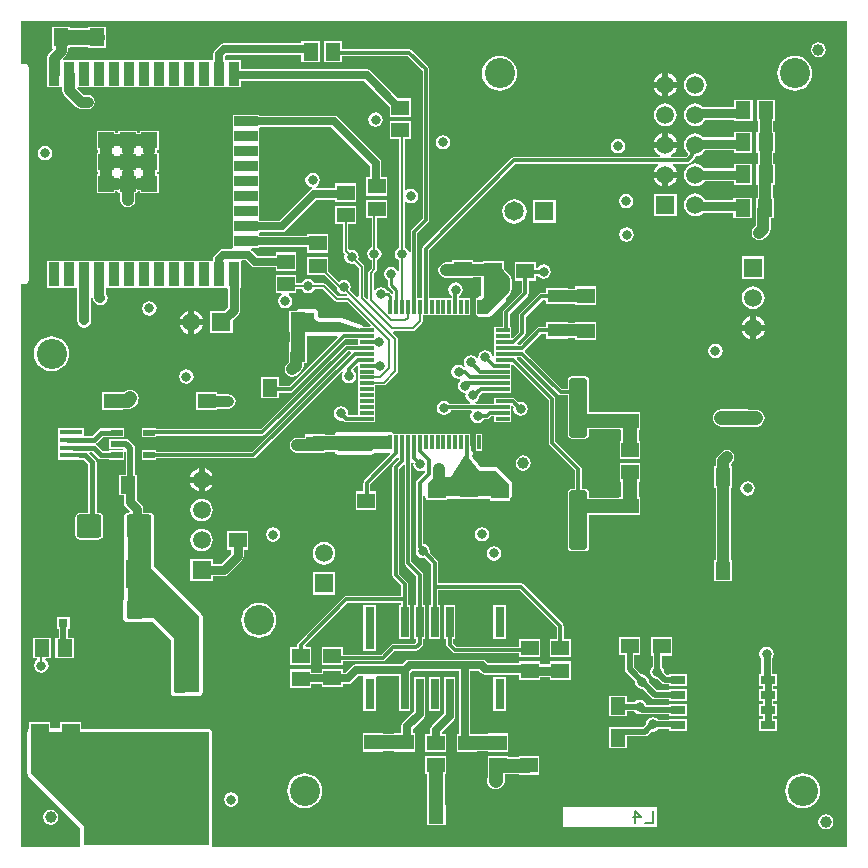
<source format=gbl>
G04*
G04 #@! TF.GenerationSoftware,Altium Limited,Altium Designer,19.1.6 (110)*
G04*
G04 Layer_Physical_Order=4*
G04 Layer_Color=13391121*
%FSLAX25Y25*%
%MOIN*%
G70*
G01*
G75*
%ADD11C,0.00787*%
%ADD12C,0.00591*%
%ADD13R,0.05118X0.05906*%
%ADD14R,0.05906X0.05118*%
%ADD15C,0.03937*%
%ADD25C,0.01181*%
%ADD26C,0.02756*%
%ADD27C,0.01968*%
%ADD28C,0.03543*%
%ADD29C,0.03150*%
%ADD30C,0.04724*%
%ADD31C,0.03800*%
%ADD32C,0.02362*%
%ADD33C,0.03937*%
%ADD34C,0.03504*%
%ADD35C,0.00984*%
%ADD36C,0.03000*%
%ADD37C,0.01024*%
%ADD38R,0.05906X0.05906*%
%ADD39C,0.05906*%
%ADD40R,0.05906X0.05906*%
%ADD41C,0.06500*%
%ADD42C,0.03150*%
%ADD43C,0.10039*%
%ADD44R,0.05000X0.02992*%
%ADD45R,0.03150X0.03150*%
G04:AMPARAMS|DCode=46|XSize=81.1mil|YSize=79.53mil|CornerRadius=9.94mil|HoleSize=0mil|Usage=FLASHONLY|Rotation=0.000|XOffset=0mil|YOffset=0mil|HoleType=Round|Shape=RoundedRectangle|*
%AMROUNDEDRECTD46*
21,1,0.08110,0.05965,0,0,0.0*
21,1,0.06122,0.07953,0,0,0.0*
1,1,0.01988,0.03061,-0.02982*
1,1,0.01988,-0.03061,-0.02982*
1,1,0.01988,-0.03061,0.02982*
1,1,0.01988,0.03061,0.02982*
%
%ADD46ROUNDEDRECTD46*%
%ADD47R,0.07733X0.01772*%
%ADD48R,0.07102X0.06110*%
%ADD49R,0.07480X0.07087*%
%ADD50R,0.07480X0.03937*%
%ADD51R,0.05118X0.06996*%
%ADD52R,0.06844X0.09500*%
%ADD53R,0.03850X0.02200*%
%ADD54R,0.03701X0.16221*%
%ADD55R,0.34528X0.34173*%
G04:AMPARAMS|DCode=56|XSize=197.24mil|YSize=59.45mil|CornerRadius=7.43mil|HoleSize=0mil|Usage=FLASHONLY|Rotation=270.000|XOffset=0mil|YOffset=0mil|HoleType=Round|Shape=RoundedRectangle|*
%AMROUNDEDRECTD56*
21,1,0.19724,0.04459,0,0,270.0*
21,1,0.18238,0.05945,0,0,270.0*
1,1,0.01486,-0.02229,-0.09119*
1,1,0.01486,-0.02229,0.09119*
1,1,0.01486,0.02229,0.09119*
1,1,0.01486,0.02229,-0.09119*
%
%ADD56ROUNDEDRECTD56*%
%ADD57R,0.05100X0.06100*%
%ADD58R,0.03150X0.10236*%
%ADD59R,0.03150X0.14173*%
%ADD60R,0.02756X0.10236*%
%ADD61R,0.06300X0.04400*%
%ADD62R,0.01200X0.04700*%
%ADD63R,0.04700X0.01200*%
%ADD64R,0.06100X0.05100*%
%ADD65R,0.05236X0.05236*%
%ADD66R,0.03543X0.07874*%
%ADD67R,0.07874X0.03543*%
%ADD68C,0.01772*%
%ADD69C,0.02165*%
%ADD70C,0.03465*%
%ADD71C,0.01102*%
%ADD72C,0.05118*%
G36*
X21752Y40157D02*
X64452D01*
Y2657D01*
X64352Y2757D01*
X22852D01*
Y8857D01*
X5252Y26458D01*
Y40257D01*
X21452D01*
X21552Y40358D01*
X21752Y40157D01*
D02*
G37*
G36*
X277372Y1829D02*
X65897D01*
X65610Y2329D01*
X65675Y2657D01*
Y40157D01*
X65582Y40626D01*
X65317Y41023D01*
X64920Y41288D01*
X64452Y41381D01*
X22180D01*
X22020Y41488D01*
X21916Y41508D01*
Y43719D01*
X15011D01*
Y41481D01*
X11616D01*
Y43719D01*
X4711D01*
Y41339D01*
X4387Y41123D01*
X4122Y40726D01*
X4028Y40257D01*
Y26458D01*
X4122Y25989D01*
X4387Y25592D01*
X21629Y8351D01*
Y2757D01*
X21714Y2329D01*
X21708Y2268D01*
X21428Y1829D01*
X1781D01*
Y189623D01*
X3248D01*
X3716Y189716D01*
X4113Y189981D01*
X4378Y190378D01*
X4471Y190847D01*
Y261713D01*
X4378Y262181D01*
X4113Y262578D01*
X3716Y262843D01*
X3248Y262936D01*
X1781D01*
Y277420D01*
X277372D01*
Y1829D01*
D02*
G37*
%LPC*%
G36*
X267717Y270233D02*
X266753Y270042D01*
X265937Y269496D01*
X265391Y268680D01*
X265200Y267717D01*
X265391Y266753D01*
X265937Y265937D01*
X266753Y265391D01*
X267717Y265200D01*
X268680Y265391D01*
X269496Y265937D01*
X270042Y266753D01*
X270233Y267717D01*
X270042Y268680D01*
X269496Y269496D01*
X268680Y270042D01*
X267717Y270233D01*
D02*
G37*
G36*
X18315Y275303D02*
X12197D01*
Y272051D01*
X12170Y271850D01*
X12197Y271650D01*
Y268398D01*
X12278D01*
X12485Y267898D01*
X11310Y266722D01*
X10812Y265977D01*
X10637Y265098D01*
Y259744D01*
X10661Y259621D01*
Y255307D01*
X15137D01*
X15205Y255307D01*
X15637Y255143D01*
Y254204D01*
X15812Y253325D01*
X16309Y252580D01*
X20154Y248736D01*
X20899Y248238D01*
X21778Y248063D01*
X23228D01*
X24114Y247887D01*
X25036Y248070D01*
X25817Y248592D01*
X26339Y249374D01*
X26523Y250295D01*
X26339Y251217D01*
X25817Y251998D01*
X25036Y252520D01*
X24114Y252704D01*
X23870Y252655D01*
X22729D01*
X20517Y254867D01*
X20784Y255307D01*
X25161D01*
X25205Y255307D01*
X25661D01*
X25705Y255307D01*
X30161D01*
X30205Y255307D01*
X30661D01*
X30705Y255307D01*
X35161D01*
X35205Y255307D01*
X35661D01*
X35705Y255307D01*
X40161D01*
X40205Y255307D01*
X40661D01*
X40705Y255307D01*
X45161D01*
X45205Y255307D01*
X45661D01*
X45705Y255307D01*
X50161D01*
X50205Y255307D01*
X50661D01*
X50705Y255307D01*
X55161D01*
X55205Y255307D01*
X55661D01*
X55705Y255307D01*
X60161D01*
X60205Y255307D01*
X60661D01*
X60705Y255307D01*
X65161D01*
X65205Y255307D01*
X65661D01*
X65705Y255307D01*
X70161D01*
X70205Y255307D01*
X70661D01*
X70705Y255307D01*
X75205D01*
Y257337D01*
X116338D01*
X124916Y248760D01*
Y245350D01*
X131821D01*
Y251468D01*
X127624D01*
X118485Y260606D01*
X117864Y261021D01*
X117131Y261167D01*
X117131Y261167D01*
X75205D01*
Y264181D01*
X70705D01*
X70661Y264181D01*
X70205D01*
X69848Y264551D01*
Y265440D01*
X70462Y266054D01*
X95369D01*
Y263616D01*
X101487D01*
Y270521D01*
X95369D01*
Y269883D01*
X69669D01*
X69669Y269883D01*
X68936Y269738D01*
X68315Y269322D01*
X68314Y269322D01*
X66579Y267587D01*
X66164Y266966D01*
X66018Y266233D01*
X66018Y266233D01*
Y264551D01*
X65661Y264181D01*
X65205D01*
X65161Y264181D01*
X60705D01*
X60661Y264181D01*
X60205D01*
X60161Y264181D01*
X55705D01*
X55661Y264181D01*
X55205D01*
X55161Y264181D01*
X50705D01*
X50661Y264181D01*
X50205D01*
X50161Y264181D01*
X45705D01*
X45661Y264181D01*
X45205D01*
X45161Y264181D01*
X40705D01*
X40661Y264181D01*
X40205D01*
X40161Y264181D01*
X35705D01*
X35661Y264181D01*
X35205D01*
X35161Y264181D01*
X30705D01*
X30661Y264181D01*
X30205D01*
X30161Y264181D01*
X25705D01*
X25661Y264181D01*
X25205D01*
X25161Y264181D01*
X20705D01*
X20661Y264181D01*
X20205D01*
X20161Y264181D01*
X15970D01*
X15763Y264681D01*
X16880Y265798D01*
X17377Y266543D01*
X17552Y267421D01*
Y268398D01*
X18315D01*
Y268765D01*
X24205D01*
Y268398D01*
X30323D01*
Y271650D01*
X30349Y271850D01*
X30323Y272051D01*
Y275303D01*
X24205D01*
Y274936D01*
X18315D01*
Y275303D01*
D02*
G37*
G36*
X217657Y259881D02*
Y257008D01*
X220531D01*
X220524Y257055D01*
X220126Y258017D01*
X219492Y258843D01*
X218667Y259476D01*
X217705Y259875D01*
X217657Y259881D01*
D02*
G37*
G36*
X215689D02*
X215641Y259875D01*
X214680Y259476D01*
X213854Y258843D01*
X213221Y258017D01*
X212822Y257055D01*
X212816Y257008D01*
X215689D01*
Y259881D01*
D02*
G37*
G36*
X259842Y265678D02*
X258704Y265566D01*
X257610Y265233D01*
X256601Y264694D01*
X255716Y263969D01*
X254991Y263084D01*
X254451Y262076D01*
X254119Y260981D01*
X254007Y259842D01*
X254119Y258704D01*
X254451Y257610D01*
X254991Y256601D01*
X255716Y255716D01*
X256601Y254991D01*
X257610Y254451D01*
X258704Y254119D01*
X259842Y254007D01*
X260981Y254119D01*
X262076Y254451D01*
X263084Y254991D01*
X263969Y255716D01*
X264694Y256601D01*
X265233Y257610D01*
X265566Y258704D01*
X265678Y259842D01*
X265566Y260981D01*
X265233Y262076D01*
X264694Y263084D01*
X263969Y263969D01*
X263084Y264694D01*
X262076Y265233D01*
X260981Y265566D01*
X259842Y265678D01*
D02*
G37*
G36*
X161417D02*
X160279Y265566D01*
X159184Y265233D01*
X158176Y264694D01*
X157291Y263969D01*
X156566Y263084D01*
X156026Y262076D01*
X155694Y260981D01*
X155582Y259842D01*
X155694Y258704D01*
X156026Y257610D01*
X156566Y256601D01*
X157291Y255716D01*
X158176Y254991D01*
X159184Y254451D01*
X160279Y254119D01*
X161417Y254007D01*
X162556Y254119D01*
X163650Y254451D01*
X164659Y254991D01*
X165543Y255716D01*
X166269Y256601D01*
X166808Y257610D01*
X167140Y258704D01*
X167253Y259842D01*
X167140Y260981D01*
X166808Y262076D01*
X166269Y263084D01*
X165543Y263969D01*
X164659Y264694D01*
X163650Y265233D01*
X162556Y265566D01*
X161417Y265678D01*
D02*
G37*
G36*
X226673Y259796D02*
X225697Y259667D01*
X224787Y259291D01*
X224006Y258691D01*
X223406Y257910D01*
X223029Y257000D01*
X222901Y256024D01*
X223029Y255047D01*
X223406Y254137D01*
X224006Y253356D01*
X224787Y252757D01*
X225697Y252380D01*
X226673Y252251D01*
X227650Y252380D01*
X228559Y252757D01*
X229341Y253356D01*
X229940Y254137D01*
X230317Y255047D01*
X230446Y256024D01*
X230317Y257000D01*
X229940Y257910D01*
X229341Y258691D01*
X228559Y259291D01*
X227650Y259667D01*
X226673Y259796D01*
D02*
G37*
G36*
X215689Y255039D02*
X212816D01*
X212822Y254992D01*
X213221Y254030D01*
X213854Y253204D01*
X214680Y252571D01*
X215641Y252173D01*
X215689Y252166D01*
Y255039D01*
D02*
G37*
G36*
X220531D02*
X217657D01*
Y252166D01*
X217705Y252173D01*
X218667Y252571D01*
X219492Y253204D01*
X220126Y254030D01*
X220524Y254992D01*
X220531Y255039D01*
D02*
G37*
G36*
X245776Y250894D02*
X239657D01*
Y248666D01*
X229360D01*
X229341Y248691D01*
X228559Y249291D01*
X227650Y249668D01*
X226673Y249796D01*
X225697Y249668D01*
X224787Y249291D01*
X224006Y248691D01*
X223406Y247910D01*
X223029Y247000D01*
X222901Y246024D01*
X223029Y245047D01*
X223406Y244137D01*
X224006Y243356D01*
X224787Y242757D01*
X225697Y242380D01*
X226673Y242251D01*
X227650Y242380D01*
X228559Y242757D01*
X229341Y243356D01*
X229940Y244137D01*
X230064Y244436D01*
X239657D01*
Y243988D01*
X245776D01*
Y250894D01*
D02*
G37*
G36*
X216673Y249796D02*
X215697Y249668D01*
X214787Y249291D01*
X214006Y248691D01*
X213406Y247910D01*
X213029Y247000D01*
X212901Y246024D01*
X213029Y245047D01*
X213406Y244137D01*
X214006Y243356D01*
X214787Y242757D01*
X215697Y242380D01*
X216673Y242251D01*
X217650Y242380D01*
X218559Y242757D01*
X219341Y243356D01*
X219940Y244137D01*
X220317Y245047D01*
X220446Y246024D01*
X220317Y247000D01*
X219940Y247910D01*
X219341Y248691D01*
X218559Y249291D01*
X217650Y249668D01*
X216673Y249796D01*
D02*
G37*
G36*
X120069Y246777D02*
X119147Y246594D01*
X118366Y246072D01*
X117843Y245290D01*
X117660Y244369D01*
X117843Y243447D01*
X118366Y242666D01*
X119147Y242143D01*
X120069Y241960D01*
X120990Y242143D01*
X121772Y242666D01*
X122294Y243447D01*
X122477Y244369D01*
X122294Y245290D01*
X121772Y246072D01*
X120990Y246594D01*
X120069Y246777D01*
D02*
G37*
G36*
X47803Y240559D02*
X41567D01*
Y239958D01*
X40579D01*
Y240559D01*
X34343D01*
Y239958D01*
X33354D01*
Y240559D01*
X27118D01*
Y234323D01*
X27719D01*
Y233335D01*
X27118D01*
Y227098D01*
X27719D01*
Y226110D01*
X27118D01*
Y219874D01*
X33354D01*
Y220475D01*
X33848D01*
X33956Y220497D01*
X34343Y220180D01*
Y219874D01*
X34885D01*
Y217717D01*
X35076Y216753D01*
X35622Y215937D01*
X36438Y215391D01*
X37402Y215200D01*
X38365Y215391D01*
X39181Y215937D01*
X39727Y216753D01*
X39918Y217717D01*
Y219874D01*
X40579D01*
Y220180D01*
X40965Y220497D01*
X41073Y220475D01*
X41567D01*
Y219874D01*
X47803D01*
Y226110D01*
X47202D01*
Y227098D01*
X47803D01*
Y233335D01*
X47498D01*
X47181Y233721D01*
X47202Y233829D01*
Y234323D01*
X47803D01*
Y240559D01*
D02*
G37*
G36*
X217657Y239881D02*
Y237008D01*
X220531D01*
X220524Y237055D01*
X220126Y238017D01*
X219492Y238843D01*
X218667Y239476D01*
X217705Y239875D01*
X217657Y239881D01*
D02*
G37*
G36*
X215689D02*
X215641Y239875D01*
X214680Y239476D01*
X213854Y238843D01*
X213221Y238017D01*
X212822Y237055D01*
X212816Y237008D01*
X215689D01*
Y239881D01*
D02*
G37*
G36*
X142569Y239277D02*
X141647Y239094D01*
X140866Y238572D01*
X140343Y237790D01*
X140160Y236869D01*
X140343Y235947D01*
X140866Y235166D01*
X141647Y234643D01*
X142569Y234460D01*
X143490Y234643D01*
X144272Y235166D01*
X144794Y235947D01*
X144977Y236869D01*
X144794Y237790D01*
X144272Y238572D01*
X143490Y239094D01*
X142569Y239277D01*
D02*
G37*
G36*
X200886Y238038D02*
X199964Y237855D01*
X199183Y237333D01*
X198661Y236552D01*
X198477Y235630D01*
X198661Y234708D01*
X199183Y233927D01*
X199964Y233405D01*
X200886Y233221D01*
X201807Y233405D01*
X202589Y233927D01*
X203111Y234708D01*
X203294Y235630D01*
X203111Y236552D01*
X202589Y237333D01*
X201807Y237855D01*
X200886Y238038D01*
D02*
G37*
G36*
X9941Y235676D02*
X9019Y235493D01*
X8238Y234971D01*
X7716Y234189D01*
X7532Y233268D01*
X7716Y232346D01*
X8238Y231565D01*
X9019Y231043D01*
X9941Y230859D01*
X10863Y231043D01*
X11644Y231565D01*
X12166Y232346D01*
X12349Y233268D01*
X12166Y234189D01*
X11644Y234971D01*
X10863Y235493D01*
X9941Y235676D01*
D02*
G37*
G36*
X226673Y229796D02*
X225697Y229667D01*
X224787Y229291D01*
X224006Y228691D01*
X223406Y227910D01*
X223029Y227000D01*
X222901Y226024D01*
X223029Y225047D01*
X223406Y224137D01*
X224006Y223356D01*
X224787Y222757D01*
X225697Y222380D01*
X226673Y222251D01*
X227650Y222380D01*
X228559Y222757D01*
X229341Y223356D01*
X229825Y223987D01*
X239559D01*
Y222728D01*
X245677D01*
Y229634D01*
X239559D01*
Y228218D01*
X229704D01*
X229341Y228691D01*
X228559Y229291D01*
X227650Y229667D01*
X226673Y229796D01*
D02*
G37*
G36*
X215689Y225039D02*
X212816D01*
X212822Y224992D01*
X213221Y224030D01*
X213854Y223204D01*
X214680Y222571D01*
X215641Y222173D01*
X215689Y222166D01*
Y225039D01*
D02*
G37*
G36*
X220531D02*
X217657D01*
Y222166D01*
X217705Y222173D01*
X218667Y222571D01*
X219492Y223204D01*
X220126Y224030D01*
X220524Y224992D01*
X220531Y225039D01*
D02*
G37*
G36*
X81307Y246051D02*
X72433D01*
Y241551D01*
X72433Y241508D01*
Y241051D01*
X72433Y241008D01*
Y236551D01*
X72433Y236508D01*
Y236051D01*
X72433Y236008D01*
Y231551D01*
X72433Y231508D01*
Y231051D01*
X72433Y231008D01*
Y226551D01*
X72433Y226508D01*
Y226051D01*
X72433Y226008D01*
Y221551D01*
X72433Y221508D01*
Y221051D01*
X72433Y221008D01*
Y216551D01*
X72433Y216508D01*
Y216051D01*
X72433Y216008D01*
Y211551D01*
X72433Y211508D01*
Y211051D01*
X72433Y211008D01*
Y206551D01*
X72433Y206508D01*
Y206051D01*
X72433Y206008D01*
X72433Y201508D01*
X72009Y201324D01*
X69291D01*
X69291Y201324D01*
X68559Y201178D01*
X67937Y200763D01*
X66579Y199405D01*
X66164Y198784D01*
X66018Y198051D01*
X66018Y198051D01*
Y197622D01*
X65661Y197252D01*
X65205D01*
X65161Y197252D01*
X60705D01*
X60661Y197252D01*
X60205D01*
X60161Y197252D01*
X55705D01*
X55661Y197252D01*
X55205D01*
X55161Y197252D01*
X50705D01*
X50661Y197252D01*
X50205D01*
X50161Y197252D01*
X45705D01*
X45661Y197252D01*
X45205D01*
X45161Y197252D01*
X40705D01*
X40661Y197252D01*
X40205D01*
X40161Y197252D01*
X35705D01*
X35661Y197252D01*
X35205D01*
X35161Y197252D01*
X30705D01*
X30661Y197252D01*
X30205D01*
X30161Y197252D01*
X25705D01*
X25661Y197252D01*
X25205D01*
X25161Y197252D01*
X20705D01*
X20661Y197252D01*
X20205D01*
X20161Y197252D01*
X15705D01*
X15661Y197252D01*
X15205D01*
X15161Y197252D01*
X10661D01*
Y188378D01*
X15161D01*
X15205Y188378D01*
X15661D01*
X15705Y188378D01*
X20161D01*
X20205Y188378D01*
X20691Y188345D01*
Y178135D01*
X20558Y177469D01*
X20742Y176547D01*
X21264Y175766D01*
X22045Y175243D01*
X22967Y175060D01*
X23889Y175243D01*
X24670Y175766D01*
X25192Y176547D01*
X25375Y177469D01*
X25243Y178135D01*
Y184823D01*
X25743Y184872D01*
X25830Y184433D01*
X26138Y183972D01*
X26143Y183947D01*
X26665Y183166D01*
X27447Y182643D01*
X28368Y182460D01*
X29290Y182643D01*
X30072Y183166D01*
X30594Y183947D01*
X30777Y184869D01*
X30594Y185790D01*
X30209Y186366D01*
Y188263D01*
X30661Y188378D01*
X30709Y188378D01*
X35161D01*
X35205Y188378D01*
X35661D01*
X35705Y188378D01*
X40161D01*
X40205Y188378D01*
X40661D01*
X40705Y188378D01*
X45161D01*
X45205Y188378D01*
X45661D01*
X45705Y188378D01*
X50161D01*
X50205Y188378D01*
X50661D01*
X50705Y188378D01*
X55161D01*
X55205Y188378D01*
X55661D01*
X55705Y188378D01*
X60161D01*
X60205Y188378D01*
X60661D01*
X60705Y188378D01*
X65161D01*
X65205Y188378D01*
X65661D01*
X65705Y188378D01*
X70161D01*
X70205Y188378D01*
X70661D01*
X70818Y187925D01*
Y181979D01*
X69449Y180610D01*
X64961D01*
Y173130D01*
X72441D01*
Y177619D01*
X74429Y179606D01*
X74888Y180293D01*
X75049Y181102D01*
Y188378D01*
X75205D01*
Y196995D01*
X75205Y197252D01*
X75604Y197495D01*
X76864D01*
X78666Y195693D01*
X78666Y195693D01*
X79287Y195278D01*
X80020Y195133D01*
X80020Y195133D01*
X86803D01*
Y193988D01*
X93709D01*
Y200106D01*
X86803D01*
Y198962D01*
X80813D01*
X79011Y200763D01*
X78645Y201008D01*
X78797Y201508D01*
X81307D01*
Y201865D01*
X97335D01*
Y200091D01*
X104240D01*
Y206209D01*
X97335D01*
Y205694D01*
X81677D01*
X81336Y206023D01*
Y206536D01*
X81677Y206865D01*
X88740D01*
X88740Y206865D01*
X89473Y207011D01*
X90094Y207426D01*
X100370Y217701D01*
X106685D01*
Y217020D01*
X113591D01*
Y223138D01*
X106685D01*
Y221531D01*
X100183D01*
X100103Y221778D01*
X100100Y222030D01*
X100817Y222510D01*
X101339Y223291D01*
X101523Y224213D01*
X101339Y225134D01*
X100817Y225916D01*
X100036Y226438D01*
X99114Y226621D01*
X98193Y226438D01*
X97411Y225916D01*
X96889Y225134D01*
X96706Y224213D01*
X96889Y223291D01*
X97411Y222510D01*
X98193Y221987D01*
X98752Y221876D01*
X98817Y221525D01*
X98801Y221357D01*
X98223Y220970D01*
X87947Y210694D01*
X81677D01*
X81307Y211051D01*
Y211508D01*
X81307Y211551D01*
Y216008D01*
X81307Y216051D01*
Y216508D01*
X81307Y216551D01*
Y221008D01*
X81307Y221051D01*
Y221508D01*
X81307Y221551D01*
Y226008D01*
X81307Y226051D01*
Y226508D01*
X81307Y226551D01*
Y231008D01*
X81307Y231051D01*
Y231508D01*
X81307Y231551D01*
Y236008D01*
X81307Y236051D01*
Y236508D01*
X81307Y236551D01*
Y241008D01*
X81307Y241051D01*
Y241508D01*
X81677Y241865D01*
X105364D01*
X118164Y229065D01*
Y225205D01*
X117020D01*
Y219087D01*
X123925D01*
Y225205D01*
X121994D01*
Y229858D01*
X121848Y230591D01*
X121433Y231212D01*
X121433Y231212D01*
X107511Y245133D01*
X106890Y245549D01*
X106158Y245694D01*
X106157Y245694D01*
X81307D01*
Y246051D01*
D02*
G37*
G36*
X108968Y270521D02*
X102850D01*
Y263616D01*
X108968D01*
Y265563D01*
X130896D01*
X135757Y260702D01*
Y211542D01*
X132088Y207873D01*
X131847Y207512D01*
X131762Y207087D01*
X131762Y207087D01*
Y200137D01*
X131262Y200088D01*
X131162Y200590D01*
X130640Y201372D01*
X129859Y201894D01*
X129848Y201896D01*
Y216909D01*
X130348Y217143D01*
X130947Y216743D01*
X131869Y216560D01*
X132790Y216743D01*
X133572Y217266D01*
X134094Y218047D01*
X134277Y218969D01*
X134094Y219890D01*
X133572Y220672D01*
X132790Y221194D01*
X131869Y221377D01*
X130947Y221194D01*
X130348Y220794D01*
X129848Y221028D01*
Y237869D01*
X131821D01*
Y243987D01*
X124916D01*
Y237869D01*
X128026D01*
Y201896D01*
X128015Y201894D01*
X127234Y201372D01*
X126712Y200590D01*
X126529Y199669D01*
X126712Y198747D01*
X127234Y197966D01*
X128015Y197443D01*
X128026Y197441D01*
Y193857D01*
X127526Y193808D01*
X127520Y193835D01*
X126998Y194616D01*
X126217Y195139D01*
X125295Y195322D01*
X124374Y195139D01*
X123592Y194616D01*
X123070Y193835D01*
X122887Y192913D01*
X123070Y191992D01*
X123592Y191210D01*
X124223Y190788D01*
Y189272D01*
X124223Y189272D01*
X124305Y188862D01*
X124537Y188514D01*
X125897Y187154D01*
Y186563D01*
X125397Y186356D01*
X124873Y186880D01*
X124525Y187112D01*
X124115Y187194D01*
X124115Y187194D01*
X124074D01*
X123652Y187825D01*
X122871Y188347D01*
X121949Y188531D01*
X121027Y188347D01*
X120246Y187825D01*
X119915Y187330D01*
X119415Y187482D01*
Y193026D01*
X120329Y193941D01*
X120527Y194236D01*
X120596Y194585D01*
Y197477D01*
X120607Y197480D01*
X121388Y198002D01*
X121910Y198783D01*
X122093Y199705D01*
X121910Y200626D01*
X121388Y201408D01*
X120607Y201930D01*
X120596Y201932D01*
Y211606D01*
X123925D01*
Y217724D01*
X117020D01*
Y211606D01*
X118774D01*
Y201932D01*
X118763Y201930D01*
X117982Y201408D01*
X117460Y200626D01*
X117277Y199705D01*
X117460Y198783D01*
X117982Y198002D01*
X118763Y197480D01*
X118774Y197477D01*
Y194963D01*
X117860Y194048D01*
X117662Y193753D01*
X117593Y193404D01*
Y184840D01*
X117093Y184633D01*
X116364Y185362D01*
Y195284D01*
X116295Y195633D01*
X116097Y195929D01*
X114288Y197738D01*
X114294Y197747D01*
X114477Y198669D01*
X114294Y199590D01*
X113772Y200372D01*
X112990Y200894D01*
X112068Y201077D01*
X111548Y200973D01*
X111049Y201384D01*
Y209539D01*
X113591D01*
Y215657D01*
X106685D01*
Y209539D01*
X109227D01*
Y200599D01*
X109296Y200251D01*
X109494Y199955D01*
X109849Y199599D01*
X109843Y199590D01*
X109660Y198669D01*
X109843Y197747D01*
X110365Y196966D01*
X111147Y196443D01*
X112068Y196260D01*
X112990Y196443D01*
X112999Y196449D01*
X114541Y194907D01*
Y185486D01*
X114041Y185279D01*
X111668Y187652D01*
X111674Y187661D01*
X111857Y188583D01*
X111674Y189504D01*
X111152Y190286D01*
X110371Y190808D01*
X109449Y190991D01*
X108527Y190808D01*
X107810Y190329D01*
X104240Y193899D01*
Y198728D01*
X97335D01*
Y192610D01*
X102952D01*
X107056Y188506D01*
X107224Y187661D01*
X107746Y186880D01*
X108527Y186357D01*
X109449Y186174D01*
X110324Y186348D01*
X110482Y186183D01*
X110593Y186010D01*
X110379Y185557D01*
X107464D01*
X103494Y189527D01*
X103198Y189725D01*
X102850Y189794D01*
X99865D01*
X99863Y189804D01*
X99341Y190586D01*
X98559Y191108D01*
X97638Y191291D01*
X96716Y191108D01*
X95935Y190586D01*
X95413Y189804D01*
X95411Y189794D01*
X93709D01*
Y192626D01*
X86803D01*
Y186508D01*
X88627D01*
X88779Y186008D01*
X88258Y185660D01*
X87735Y184878D01*
X87552Y183957D01*
X87735Y183035D01*
X88258Y182254D01*
X89039Y181731D01*
X89961Y181548D01*
X90882Y181731D01*
X91664Y182254D01*
X92186Y183035D01*
X92369Y183957D01*
X92186Y184878D01*
X91664Y185660D01*
X91143Y186008D01*
X91294Y186508D01*
X93709D01*
Y187971D01*
X95411D01*
X95413Y187961D01*
X95935Y187180D01*
X96716Y186658D01*
X97638Y186474D01*
X98559Y186658D01*
X99341Y187180D01*
X99863Y187961D01*
X99865Y187971D01*
X102472D01*
X106442Y184001D01*
X106738Y183804D01*
X107087Y183735D01*
X110529D01*
X118489Y175775D01*
X118298Y175313D01*
X115960D01*
X115849Y175461D01*
X115734Y175634D01*
X115707Y175652D01*
X115687Y175678D01*
X115509Y175784D01*
X115337Y175899D01*
X115305Y175905D01*
X115277Y175922D01*
X108777Y178222D01*
X108572Y178252D01*
X108369Y178292D01*
X101542D01*
X100928Y178706D01*
Y180020D01*
X100835Y180488D01*
X100570Y180885D01*
X100173Y181150D01*
X99705Y181243D01*
X94882D01*
X94414Y181150D01*
X94017Y180885D01*
X93820Y180688D01*
X93773Y180618D01*
X91232D01*
Y177156D01*
X91208Y176969D01*
X91232Y176781D01*
Y173713D01*
X91404D01*
Y170185D01*
X91134D01*
Y166385D01*
X91085Y166142D01*
Y163444D01*
X90543Y162902D01*
X89998Y162085D01*
X89806Y161122D01*
X89998Y160159D01*
X90543Y159342D01*
X91360Y158797D01*
X92323Y158605D01*
X93286Y158797D01*
X94103Y159342D01*
X95382Y160622D01*
X95928Y161438D01*
X96119Y162402D01*
Y163279D01*
X97252D01*
Y170185D01*
X97178D01*
Y171911D01*
X97244Y172396D01*
X107375Y172396D01*
X107566Y171934D01*
X91272Y155640D01*
X88016D01*
Y158472D01*
X81898D01*
Y151567D01*
X88016D01*
Y153416D01*
X91732D01*
X91732Y153416D01*
X92158Y153500D01*
X92519Y153741D01*
X109909Y171132D01*
X114276D01*
Y169419D01*
X110433D01*
X110433Y169419D01*
X110008Y169334D01*
X109647Y169093D01*
X109647Y169093D01*
X81823Y141269D01*
X46973D01*
Y141659D01*
X42123D01*
Y138459D01*
X46973D01*
Y139046D01*
X82283D01*
X82284Y139046D01*
X82709Y139130D01*
X83070Y139371D01*
X110894Y167195D01*
X111668D01*
X111875Y166695D01*
X78870Y133691D01*
X46973D01*
Y134179D01*
X42123D01*
Y130979D01*
X46973D01*
Y131467D01*
X79331D01*
X79331Y131467D01*
X79756Y131551D01*
X80117Y131792D01*
X108977Y160653D01*
X109365Y160334D01*
X108995Y159780D01*
X108812Y158858D01*
X108995Y157937D01*
X109517Y157155D01*
X110299Y156633D01*
X111221Y156450D01*
X112142Y156633D01*
X112924Y157155D01*
X113446Y157937D01*
X113629Y158858D01*
X113446Y159780D01*
X112924Y160561D01*
X112756Y160673D01*
X112693Y161317D01*
X113814Y162438D01*
X114276Y162247D01*
Y157365D01*
Y153428D01*
Y149490D01*
Y145797D01*
X111234D01*
X110917Y146184D01*
X110971Y146457D01*
X110788Y147378D01*
X110266Y148160D01*
X109485Y148682D01*
X108563Y148865D01*
X107641Y148682D01*
X106860Y148160D01*
X106338Y147378D01*
X106155Y146457D01*
X106338Y145535D01*
X106860Y144754D01*
X107641Y144231D01*
X108563Y144048D01*
X109260Y144187D01*
X109548Y143899D01*
X109548Y143899D01*
X109909Y143658D01*
X110335Y143573D01*
X110335Y143573D01*
X117126D01*
X117186Y143585D01*
X119976D01*
Y147522D01*
Y151459D01*
Y155791D01*
X122844D01*
X123193Y155860D01*
X123488Y156058D01*
X127318Y159887D01*
X127515Y160183D01*
X127584Y160531D01*
Y171358D01*
X127515Y171707D01*
X127318Y172003D01*
X125928Y173392D01*
X126135Y173892D01*
X132503D01*
X132852Y173961D01*
X133148Y174159D01*
X135487Y176498D01*
X135684Y176794D01*
X135754Y177143D01*
Y179237D01*
X151691D01*
Y184937D01*
X147766D01*
Y185533D01*
X148455Y185994D01*
X148977Y186775D01*
X149160Y187697D01*
X148977Y188619D01*
X148455Y189400D01*
X147674Y189922D01*
X146752Y190105D01*
X145830Y189922D01*
X145049Y189400D01*
X144527Y188619D01*
X144343Y187697D01*
X144527Y186775D01*
X145049Y185994D01*
X145542Y185665D01*
Y184937D01*
X137923D01*
Y200950D01*
X166729Y229757D01*
X214224D01*
X214393Y229257D01*
X213854Y228843D01*
X213221Y228017D01*
X212822Y227056D01*
X212816Y227008D01*
X216673D01*
X220531D01*
X220524Y227056D01*
X220126Y228017D01*
X219492Y228843D01*
X218953Y229257D01*
X219123Y229757D01*
X224107D01*
X224107Y229757D01*
X224533Y229841D01*
X224893Y230082D01*
X226480Y231669D01*
X226721Y232030D01*
X226768Y232264D01*
X227650Y232380D01*
X228559Y232757D01*
X229341Y233356D01*
X229940Y234137D01*
X230008Y234302D01*
X239559D01*
Y233358D01*
X245677D01*
Y240264D01*
X239559D01*
Y238533D01*
X229462D01*
X229341Y238691D01*
X228559Y239291D01*
X227650Y239668D01*
X226673Y239796D01*
X225697Y239668D01*
X224787Y239291D01*
X224006Y238691D01*
X223406Y237910D01*
X223029Y237000D01*
X222901Y236024D01*
X223029Y235047D01*
X223406Y234137D01*
X224006Y233356D01*
X224280Y233145D01*
X224313Y232647D01*
X223647Y231980D01*
X218548D01*
X218448Y232480D01*
X218667Y232571D01*
X219492Y233205D01*
X220126Y234030D01*
X220524Y234992D01*
X220531Y235039D01*
X216673D01*
X212816D01*
X212822Y234992D01*
X213221Y234030D01*
X213854Y233205D01*
X214680Y232571D01*
X214898Y232480D01*
X214799Y231980D01*
X166269D01*
X166269Y231980D01*
X165843Y231896D01*
X165482Y231655D01*
X165482Y231655D01*
X136025Y202197D01*
X135784Y201836D01*
X135699Y201411D01*
X135699Y201411D01*
Y184937D01*
X133986D01*
Y206626D01*
X137655Y210295D01*
X137655Y210295D01*
X137896Y210656D01*
X137980Y211081D01*
X137980Y211081D01*
Y261163D01*
X137980Y261163D01*
X137896Y261589D01*
X137655Y261949D01*
X137655Y261949D01*
X132143Y267461D01*
X131782Y267702D01*
X131357Y267787D01*
X131357Y267787D01*
X108968D01*
Y270521D01*
D02*
G37*
G36*
X203642Y219633D02*
X202720Y219450D01*
X201939Y218928D01*
X201417Y218146D01*
X201233Y217224D01*
X201417Y216303D01*
X201939Y215521D01*
X202720Y214999D01*
X203642Y214816D01*
X204563Y214999D01*
X205345Y215521D01*
X205867Y216303D01*
X206050Y217224D01*
X205867Y218146D01*
X205345Y218928D01*
X204563Y219450D01*
X203642Y219633D01*
D02*
G37*
G36*
X220413Y219764D02*
X212933D01*
Y212283D01*
X220413D01*
Y219764D01*
D02*
G37*
G36*
X226673Y219796D02*
X225697Y219668D01*
X224787Y219291D01*
X224006Y218691D01*
X223406Y217910D01*
X223029Y217000D01*
X222901Y216024D01*
X223029Y215047D01*
X223406Y214137D01*
X224006Y213356D01*
X224787Y212757D01*
X225697Y212380D01*
X226673Y212251D01*
X227650Y212380D01*
X228559Y212757D01*
X229341Y213356D01*
X229360Y213381D01*
X239362D01*
Y211508D01*
X245480D01*
Y218413D01*
X239362D01*
Y217612D01*
X230064D01*
X229940Y217910D01*
X229341Y218691D01*
X228559Y219291D01*
X227650Y219668D01*
X226673Y219796D01*
D02*
G37*
G36*
X180079Y217520D02*
X172598D01*
Y210039D01*
X180079D01*
Y217520D01*
D02*
G37*
G36*
X166339Y217852D02*
X165285Y217713D01*
X164303Y217306D01*
X163459Y216659D01*
X162812Y215816D01*
X162405Y214833D01*
X162266Y213779D01*
X162405Y212726D01*
X162812Y211743D01*
X163459Y210900D01*
X164303Y210253D01*
X165285Y209846D01*
X166339Y209707D01*
X167393Y209846D01*
X168375Y210253D01*
X169218Y210900D01*
X169865Y211743D01*
X170272Y212726D01*
X170411Y213779D01*
X170272Y214833D01*
X169865Y215816D01*
X169218Y216659D01*
X168375Y217306D01*
X167393Y217713D01*
X166339Y217852D01*
D02*
G37*
G36*
X253256Y250894D02*
X247138D01*
Y243988D01*
X247631D01*
Y240264D01*
X247039D01*
Y233358D01*
X247582D01*
Y229634D01*
X247039D01*
Y222728D01*
X247483D01*
Y218413D01*
X246843D01*
Y214613D01*
X246794Y214370D01*
Y209015D01*
X246252Y208473D01*
X245706Y207656D01*
X245515Y206693D01*
X245706Y205730D01*
X246252Y204913D01*
X247068Y204368D01*
X248031Y204176D01*
X248995Y204368D01*
X249811Y204913D01*
X251091Y206193D01*
X251636Y207009D01*
X251828Y207972D01*
Y211508D01*
X252961D01*
Y218413D01*
X252517D01*
Y222728D01*
X253157D01*
Y229634D01*
X252615D01*
Y233358D01*
X253157D01*
Y240264D01*
X252664D01*
Y243988D01*
X253256D01*
Y250894D01*
D02*
G37*
G36*
X203740Y208511D02*
X202818Y208328D01*
X202037Y207805D01*
X201515Y207024D01*
X201332Y206102D01*
X201515Y205181D01*
X202037Y204399D01*
X202818Y203877D01*
X203740Y203694D01*
X204662Y203877D01*
X205443Y204399D01*
X205965Y205181D01*
X206149Y206102D01*
X205965Y207024D01*
X205443Y207805D01*
X204662Y208328D01*
X203740Y208511D01*
D02*
G37*
G36*
X173421Y196887D02*
X166516D01*
Y190769D01*
X168857D01*
Y186929D01*
X162882Y180955D01*
X162641Y180594D01*
X162557Y180168D01*
X162557Y180168D01*
Y175324D01*
X162402D01*
X162342Y175313D01*
X159552D01*
Y173113D01*
Y169176D01*
Y165457D01*
X159052Y165408D01*
X158918Y166079D01*
X158396Y166860D01*
X157615Y167383D01*
X156693Y167566D01*
X155771Y167383D01*
X154990Y166860D01*
X154468Y166079D01*
X154284Y165157D01*
X154323Y164966D01*
X153852Y164771D01*
X153573Y165187D01*
X152792Y165709D01*
X151870Y165893D01*
X150948Y165709D01*
X150167Y165187D01*
X149645Y164406D01*
X149462Y163484D01*
X149645Y162563D01*
X149774Y162370D01*
X149439Y162038D01*
X148658Y162560D01*
X147736Y162743D01*
X146815Y162560D01*
X146033Y162038D01*
X145511Y161256D01*
X145328Y160335D01*
X145511Y159413D01*
X146033Y158632D01*
X146815Y158109D01*
X147736Y157926D01*
X148069Y157992D01*
X148264Y157521D01*
X148100Y157412D01*
X147578Y156630D01*
X147395Y155709D01*
X147578Y154787D01*
X148100Y154006D01*
X148881Y153483D01*
X149750Y153311D01*
X149803Y153300D01*
X150131Y152856D01*
X150052Y152461D01*
X150235Y151539D01*
X150758Y150758D01*
X151539Y150235D01*
X151547Y150234D01*
X151497Y149734D01*
X144787D01*
X144572Y150056D01*
X143790Y150578D01*
X142868Y150761D01*
X141947Y150578D01*
X141165Y150056D01*
X140643Y149275D01*
X140460Y148353D01*
X140643Y147431D01*
X141165Y146650D01*
X141947Y146128D01*
X142868Y145945D01*
X143790Y146128D01*
X144572Y146650D01*
X145094Y147431D01*
X145109Y147510D01*
X151932D01*
X152199Y147010D01*
X151852Y146490D01*
X151668Y145569D01*
X151852Y144647D01*
X152374Y143866D01*
X153155Y143343D01*
X154077Y143160D01*
X154999Y143343D01*
X155780Y143866D01*
X156175Y144457D01*
X157069D01*
X157069Y144457D01*
X157494Y144541D01*
X157855Y144782D01*
X158614Y145542D01*
X159552D01*
Y143585D01*
X165252D01*
Y145554D01*
Y148788D01*
X165752Y148995D01*
X166140Y148606D01*
X166021Y148007D01*
X166205Y147086D01*
X166727Y146304D01*
X167508Y145782D01*
X168430Y145599D01*
X169351Y145782D01*
X170133Y146304D01*
X170655Y147086D01*
X170838Y148007D01*
X170655Y148929D01*
X170133Y149710D01*
X169351Y150232D01*
X168430Y150416D01*
X167634Y150258D01*
X166524Y151367D01*
X166163Y151608D01*
X165738Y151693D01*
X165738Y151693D01*
X162449D01*
X162402Y151702D01*
X162342Y151690D01*
X159552D01*
Y149734D01*
X153424D01*
X153375Y150234D01*
X153382Y150235D01*
X154164Y150758D01*
X154686Y151539D01*
X154869Y152461D01*
X154819Y152714D01*
X155521Y153416D01*
X162402D01*
X162461Y153428D01*
X165252D01*
Y155396D01*
Y159333D01*
Y162706D01*
X165752Y162913D01*
X177825Y150839D01*
Y136614D01*
X177825Y136614D01*
X177910Y136189D01*
X178151Y135828D01*
X186588Y127391D01*
Y121413D01*
X185471D01*
X184986Y121317D01*
X184574Y121042D01*
X184300Y120631D01*
X184203Y120146D01*
Y101908D01*
X184300Y101423D01*
X184574Y101012D01*
X184986Y100737D01*
X185471Y100640D01*
X189929D01*
X190414Y100737D01*
X190826Y101012D01*
X191100Y101423D01*
X191197Y101908D01*
Y112622D01*
X201316D01*
Y112450D01*
X208221D01*
Y118568D01*
X207755D01*
Y123769D01*
X208321D01*
Y129887D01*
X201416D01*
Y123769D01*
X201982D01*
Y118568D01*
X201316D01*
Y118396D01*
X191197D01*
Y120146D01*
X191100Y120631D01*
X190826Y121042D01*
X190414Y121317D01*
X189929Y121413D01*
X188812D01*
Y127851D01*
X188812Y127851D01*
X188727Y128277D01*
X188486Y128637D01*
X180049Y137075D01*
Y151300D01*
X179964Y151725D01*
X179723Y152086D01*
X179723Y152086D01*
X167083Y164727D01*
X167290Y165227D01*
X168535D01*
X180980Y152782D01*
X180980Y152782D01*
X181341Y152541D01*
X181766Y152457D01*
X181766Y152457D01*
X184203D01*
Y139309D01*
X184300Y138824D01*
X184574Y138413D01*
X184986Y138138D01*
X185471Y138042D01*
X189929D01*
X190414Y138138D01*
X190826Y138413D01*
X191100Y138824D01*
X191197Y139309D01*
Y141141D01*
X201416D01*
Y140969D01*
X201982D01*
Y137368D01*
X201416D01*
Y131250D01*
X208321D01*
Y137368D01*
X207755D01*
Y140969D01*
X208321D01*
Y147087D01*
X201416D01*
Y146915D01*
X191197D01*
Y157547D01*
X191100Y158033D01*
X190826Y158444D01*
X190414Y158718D01*
X189929Y158815D01*
X185471D01*
X184986Y158718D01*
X184574Y158444D01*
X184300Y158033D01*
X184203Y157547D01*
Y154680D01*
X182227D01*
X169867Y167040D01*
X169795Y167232D01*
X169848Y167683D01*
X175176Y173011D01*
X176763D01*
Y171423D01*
X184063D01*
Y171606D01*
X186606D01*
Y170858D01*
X193512D01*
Y176976D01*
X186606D01*
Y176640D01*
X184063D01*
Y176823D01*
X176763D01*
Y175235D01*
X174715D01*
X174290Y175150D01*
X173929Y174909D01*
X173929Y174909D01*
X168439Y169419D01*
X167466D01*
X167259Y169919D01*
X169789Y172449D01*
X169789Y172449D01*
X170030Y172810D01*
X170115Y173235D01*
X170115Y173235D01*
X170115Y178680D01*
X175846Y184411D01*
X176410Y184411D01*
X176763Y184057D01*
Y182823D01*
X184063D01*
Y183006D01*
X186606D01*
Y182669D01*
X193512D01*
Y188787D01*
X186606D01*
Y188040D01*
X184063D01*
Y188223D01*
X176763D01*
Y186635D01*
X175385Y186635D01*
X174960Y186550D01*
X174599Y186309D01*
X174599Y186309D01*
X168217Y179927D01*
X167976Y179566D01*
X167891Y179141D01*
X167891Y179141D01*
X167891Y173696D01*
X165752Y171556D01*
X165252Y171764D01*
Y175313D01*
X164780D01*
Y179708D01*
X170755Y185682D01*
X170755Y185682D01*
X170996Y186043D01*
X171080Y186469D01*
X171080Y186469D01*
Y190769D01*
X173421D01*
Y192653D01*
X174019D01*
X174414Y192061D01*
X175196Y191539D01*
X176117Y191356D01*
X177039Y191539D01*
X177820Y192061D01*
X178342Y192843D01*
X178526Y193765D01*
X178342Y194686D01*
X177820Y195468D01*
X177039Y195990D01*
X176117Y196173D01*
X175196Y195990D01*
X174414Y195468D01*
X174019Y194877D01*
X173421D01*
Y196887D01*
D02*
G37*
G36*
X249705Y198779D02*
X242224D01*
Y191299D01*
X249705D01*
Y198779D01*
D02*
G37*
G36*
X245965Y188812D02*
X244988Y188683D01*
X244078Y188306D01*
X243297Y187707D01*
X242698Y186926D01*
X242321Y186016D01*
X242192Y185039D01*
X242321Y184063D01*
X242698Y183153D01*
X243297Y182372D01*
X244078Y181772D01*
X244988Y181395D01*
X245965Y181267D01*
X246941Y181395D01*
X247851Y181772D01*
X248632Y182372D01*
X249232Y183153D01*
X249608Y184063D01*
X249737Y185039D01*
X249608Y186016D01*
X249232Y186926D01*
X248632Y187707D01*
X247851Y188306D01*
X246941Y188683D01*
X245965Y188812D01*
D02*
G37*
G36*
X44668Y183877D02*
X43747Y183694D01*
X42965Y183172D01*
X42443Y182390D01*
X42260Y181468D01*
X42443Y180547D01*
X42965Y179765D01*
X43747Y179243D01*
X44668Y179060D01*
X45590Y179243D01*
X46372Y179765D01*
X46894Y180547D01*
X47077Y181468D01*
X46894Y182390D01*
X46372Y183172D01*
X45590Y183694D01*
X44668Y183877D01*
D02*
G37*
G36*
X152521Y197687D02*
X145616D01*
Y196785D01*
X143569D01*
X142605Y196594D01*
X141789Y196048D01*
X141243Y195232D01*
X141052Y194269D01*
X141243Y193305D01*
X141789Y192489D01*
X142605Y191943D01*
X143569Y191752D01*
X145616D01*
Y191569D01*
X152521D01*
Y191911D01*
X155145D01*
Y185675D01*
X155062Y185592D01*
X154969D01*
X154500Y185499D01*
X154103Y185234D01*
X153905Y184937D01*
X153428D01*
Y179237D01*
X153881D01*
X154103Y178903D01*
X154500Y178638D01*
X154969Y178545D01*
X157569D01*
X158037Y178638D01*
X158434Y178903D01*
X163134Y183603D01*
X163399Y184000D01*
X163492Y184468D01*
Y184933D01*
X164787Y186227D01*
X165332Y187044D01*
X165524Y188007D01*
Y190983D01*
X165332Y191947D01*
X164787Y192763D01*
X162821Y194729D01*
Y197287D01*
X155916D01*
Y196945D01*
X152521D01*
Y197687D01*
D02*
G37*
G36*
X59685Y180727D02*
Y177854D01*
X62558D01*
X62552Y177902D01*
X62154Y178864D01*
X61520Y179689D01*
X60694Y180323D01*
X59733Y180721D01*
X59685Y180727D01*
D02*
G37*
G36*
X57717D02*
X57669Y180721D01*
X56707Y180323D01*
X55882Y179689D01*
X55248Y178864D01*
X54850Y177902D01*
X54843Y177854D01*
X57717D01*
Y180727D01*
D02*
G37*
G36*
X246949Y178897D02*
Y176024D01*
X249822D01*
X249816Y176071D01*
X249417Y177033D01*
X248784Y177858D01*
X247958Y178492D01*
X246996Y178890D01*
X246949Y178897D01*
D02*
G37*
G36*
X244980D02*
X244933Y178890D01*
X243971Y178492D01*
X243145Y177858D01*
X242512Y177033D01*
X242113Y176071D01*
X242107Y176024D01*
X244980D01*
Y178897D01*
D02*
G37*
G36*
X62558Y175886D02*
X59685D01*
Y173013D01*
X59733Y173019D01*
X60694Y173417D01*
X61520Y174051D01*
X62154Y174877D01*
X62552Y175838D01*
X62558Y175886D01*
D02*
G37*
G36*
X57717D02*
X54843D01*
X54850Y175838D01*
X55248Y174877D01*
X55882Y174051D01*
X56707Y173417D01*
X57669Y173019D01*
X57717Y173013D01*
Y175886D01*
D02*
G37*
G36*
X249822Y174055D02*
X246949D01*
Y171182D01*
X246996Y171188D01*
X247958Y171587D01*
X248784Y172220D01*
X249417Y173046D01*
X249816Y174007D01*
X249822Y174055D01*
D02*
G37*
G36*
X244980D02*
X242107D01*
X242113Y174007D01*
X242512Y173046D01*
X243145Y172220D01*
X243971Y171587D01*
X244933Y171188D01*
X244980Y171182D01*
Y174055D01*
D02*
G37*
G36*
X233366Y169633D02*
X232445Y169450D01*
X231663Y168928D01*
X231141Y168146D01*
X230958Y167224D01*
X231141Y166303D01*
X231663Y165521D01*
X232445Y164999D01*
X233366Y164816D01*
X234288Y164999D01*
X235069Y165521D01*
X235591Y166303D01*
X235775Y167224D01*
X235591Y168146D01*
X235069Y168928D01*
X234288Y169450D01*
X233366Y169633D01*
D02*
G37*
G36*
X12106Y172174D02*
X10968Y172062D01*
X9873Y171730D01*
X8864Y171190D01*
X7980Y170465D01*
X7254Y169580D01*
X6715Y168572D01*
X6383Y167477D01*
X6271Y166339D01*
X6383Y165200D01*
X6715Y164105D01*
X7254Y163097D01*
X7980Y162213D01*
X8864Y161487D01*
X9873Y160948D01*
X10968Y160616D01*
X12106Y160503D01*
X13245Y160616D01*
X14339Y160948D01*
X15348Y161487D01*
X16232Y162213D01*
X16958Y163097D01*
X17497Y164105D01*
X17829Y165200D01*
X17942Y166339D01*
X17829Y167477D01*
X17497Y168572D01*
X16958Y169580D01*
X16232Y170465D01*
X15348Y171190D01*
X14339Y171730D01*
X13245Y172062D01*
X12106Y172174D01*
D02*
G37*
G36*
X56988Y161168D02*
X56067Y160985D01*
X55285Y160463D01*
X54763Y159681D01*
X54580Y158760D01*
X54763Y157838D01*
X55285Y157057D01*
X56067Y156535D01*
X56988Y156351D01*
X57910Y156535D01*
X58691Y157057D01*
X59213Y157838D01*
X59397Y158760D01*
X59213Y159681D01*
X58691Y160463D01*
X57910Y160985D01*
X56988Y161168D01*
D02*
G37*
G36*
X38234Y154327D02*
X37487Y154229D01*
X36791Y153940D01*
X36304Y153567D01*
X32668D01*
X32668Y153567D01*
X32480Y153542D01*
X28930D01*
Y147442D01*
X36030D01*
Y147793D01*
X37474D01*
X38221Y147891D01*
X38917Y148180D01*
X39515Y148639D01*
X40276Y149399D01*
X40734Y149997D01*
X41023Y150693D01*
X41121Y151440D01*
X41023Y152187D01*
X40734Y152884D01*
X40276Y153481D01*
X39678Y153940D01*
X38981Y154229D01*
X38234Y154327D01*
D02*
G37*
G36*
X67330Y153542D02*
X60229D01*
Y147442D01*
X67330D01*
Y148045D01*
X70965D01*
X71901Y148231D01*
X72695Y148762D01*
X73225Y149556D01*
X73412Y150492D01*
X73225Y151429D01*
X72695Y152222D01*
X71901Y152753D01*
X70965Y152939D01*
X67330D01*
Y153542D01*
D02*
G37*
G36*
X244266Y148017D02*
X237361D01*
Y147844D01*
X235302D01*
X234554Y147746D01*
X233858Y147458D01*
X233260Y146999D01*
X232801Y146401D01*
X232513Y145705D01*
X232415Y144957D01*
X232513Y144210D01*
X232801Y143514D01*
X233260Y142916D01*
X233858Y142457D01*
X234554Y142169D01*
X235302Y142071D01*
X237361D01*
Y141898D01*
X244266D01*
Y141995D01*
X246850D01*
X247598Y142093D01*
X248294Y142382D01*
X248892Y142841D01*
X249351Y143438D01*
X249639Y144135D01*
X249737Y144882D01*
X249639Y145629D01*
X249351Y146325D01*
X248892Y146923D01*
X248294Y147382D01*
X247598Y147670D01*
X246850Y147769D01*
X244266D01*
Y148017D01*
D02*
G37*
G36*
X125000Y140292D02*
X107569D01*
X107100Y140199D01*
X106703Y139934D01*
X106438Y139537D01*
X106410Y139396D01*
X103321D01*
Y139468D01*
X96416D01*
Y138385D01*
X93968D01*
X93005Y138194D01*
X92189Y137648D01*
X91643Y136832D01*
X91452Y135869D01*
X91643Y134905D01*
X92189Y134089D01*
X93005Y133543D01*
X93968Y133352D01*
X96416D01*
Y133350D01*
X103321D01*
Y133622D01*
X106414D01*
X106438Y133500D01*
X106703Y133103D01*
X107100Y132838D01*
X107569Y132745D01*
X118668D01*
X119137Y132838D01*
X119534Y133103D01*
X119675Y133245D01*
X124765D01*
X124972Y132745D01*
X116340Y124112D01*
X116099Y123751D01*
X116014Y123326D01*
X116014Y123326D01*
Y120480D01*
X113476D01*
Y114362D01*
X120382D01*
Y120480D01*
X118238D01*
Y122865D01*
X127325Y131953D01*
X127825Y131746D01*
Y131098D01*
X125985Y129258D01*
X125744Y128897D01*
X125660Y128472D01*
X125660Y128472D01*
Y92520D01*
X125660Y92520D01*
X125744Y92094D01*
X125985Y91733D01*
X128612Y89106D01*
Y85561D01*
X110335D01*
X110335Y85561D01*
X109909Y85476D01*
X109548Y85235D01*
X109548Y85235D01*
X94292Y69979D01*
X94051Y69618D01*
X93967Y69193D01*
X93967Y69193D01*
Y68610D01*
X91626D01*
Y62492D01*
X98532D01*
Y68610D01*
X96776D01*
X96569Y69110D01*
X110795Y83337D01*
X128612D01*
Y82587D01*
X127886D01*
Y71350D01*
X131642D01*
Y82587D01*
X130836D01*
Y84449D01*
Y89567D01*
X130752Y89992D01*
X130511Y90353D01*
X130511Y90353D01*
X127884Y92980D01*
Y128011D01*
X129294Y129421D01*
X129794Y129214D01*
Y96555D01*
X129794Y96555D01*
X129878Y96130D01*
X130119Y95769D01*
X133632Y92256D01*
Y82587D01*
X132886D01*
Y71350D01*
X133652D01*
Y70224D01*
X133008Y69580D01*
X125937D01*
X125937Y69580D01*
X125512Y69496D01*
X125151Y69255D01*
X125151Y69255D01*
X121969Y66073D01*
X109063D01*
Y68709D01*
X102157D01*
Y62590D01*
X109063D01*
Y63849D01*
X122430D01*
X122430Y63849D01*
X122855Y63933D01*
X123216Y64174D01*
X126398Y67357D01*
X133468D01*
X133468Y67357D01*
X133894Y67441D01*
X134255Y67682D01*
X135550Y68977D01*
X135550Y68977D01*
X135791Y69338D01*
X135876Y69764D01*
Y71350D01*
X136642D01*
Y82587D01*
X135856D01*
Y92716D01*
X135771Y93142D01*
X135530Y93503D01*
X135530Y93503D01*
X132017Y97016D01*
Y130009D01*
X132517Y130232D01*
X132733Y130039D01*
X132631Y129528D01*
X132814Y128606D01*
X133336Y127824D01*
X134118Y127302D01*
X135039Y127119D01*
X135961Y127302D01*
X136155Y127432D01*
X136611Y127202D01*
X136646Y126801D01*
X133958Y124113D01*
X133717Y123752D01*
X133632Y123327D01*
X133632Y123327D01*
Y101772D01*
X133632Y101772D01*
X133665Y101607D01*
X133602Y101512D01*
X133418Y100591D01*
X133602Y99669D01*
X134124Y98887D01*
X134905Y98365D01*
X135827Y98182D01*
X136606Y98337D01*
X138652Y96291D01*
Y88681D01*
Y82587D01*
X137886D01*
Y71350D01*
X141642D01*
Y82587D01*
X140876D01*
Y87569D01*
X168195D01*
X180581Y75183D01*
Y71268D01*
X178240D01*
Y65150D01*
X185146D01*
Y71268D01*
X182805D01*
Y75644D01*
X182805Y75644D01*
X182720Y76070D01*
X182479Y76430D01*
X182479Y76430D01*
X169442Y89467D01*
X169081Y89708D01*
X168656Y89793D01*
X168656Y89793D01*
X140876D01*
Y96752D01*
X140791Y97177D01*
X140550Y97538D01*
X140550Y97538D01*
X138113Y99975D01*
X138235Y100591D01*
X138052Y101512D01*
X137530Y102294D01*
X136749Y102816D01*
X135856Y102993D01*
Y119130D01*
X136356Y119179D01*
X136380Y119059D01*
X136425Y118828D01*
X136426Y118826D01*
X136427Y118823D01*
X136558Y118627D01*
X136688Y118430D01*
X136690Y118428D01*
X136692Y118426D01*
X136888Y118295D01*
X137031Y118198D01*
Y117587D01*
X143937D01*
Y118068D01*
X147728Y118068D01*
Y117807D01*
X154634D01*
Y118068D01*
X158063Y118068D01*
Y117413D01*
X164969D01*
Y118182D01*
X165334Y118426D01*
X165599Y118823D01*
X165692Y119291D01*
Y122933D01*
X165599Y123401D01*
X165334Y123798D01*
X160898Y128234D01*
X160501Y128499D01*
X160033Y128592D01*
X155036D01*
X152405Y131921D01*
Y134646D01*
X152312Y135114D01*
X152046Y135511D01*
X151691Y135749D01*
Y136751D01*
X151702Y136811D01*
X151691Y136871D01*
Y139661D01*
X126047D01*
X125865Y139934D01*
X125468Y140199D01*
X125000Y140292D01*
D02*
G37*
G36*
X36223Y141659D02*
X31373D01*
Y141472D01*
X28537D01*
X27996Y141365D01*
X27538Y141058D01*
X25491Y139011D01*
X23026D01*
Y141543D01*
X14292D01*
Y138772D01*
Y136213D01*
Y133653D01*
Y131095D01*
X21503D01*
X21640Y131067D01*
X22741D01*
X24276Y129533D01*
Y113364D01*
X21545D01*
X20962Y113248D01*
X20468Y112918D01*
X20138Y112424D01*
X20022Y111841D01*
Y105876D01*
X20138Y105293D01*
X20468Y104799D01*
X20962Y104469D01*
X21545Y104353D01*
X27667D01*
X28250Y104469D01*
X28745Y104799D01*
X29075Y105293D01*
X29191Y105876D01*
Y111841D01*
X29075Y112424D01*
X28745Y112918D01*
X28250Y113248D01*
X27667Y113364D01*
X27102D01*
Y130118D01*
X26994Y130659D01*
X26688Y131117D01*
X24679Y133126D01*
X24886Y133626D01*
X25491D01*
X27538Y131580D01*
X27996Y131273D01*
X28537Y131166D01*
X31373D01*
Y130979D01*
X36223D01*
Y133484D01*
X36652Y133756D01*
X36723Y133764D01*
X36772Y133734D01*
Y126091D01*
X34539D01*
Y119185D01*
X36172D01*
Y116831D01*
X36333Y116021D01*
X36792Y115335D01*
X38198Y113928D01*
X38013Y113428D01*
X37402D01*
X36933Y113335D01*
X36536Y113070D01*
X36271Y112673D01*
X36178Y112205D01*
X36178Y87802D01*
Y84700D01*
X35976Y84397D01*
X35883Y83929D01*
Y78122D01*
X35883Y78121D01*
X35883Y78120D01*
X35929Y77889D01*
X35976Y77654D01*
X35976Y77653D01*
X35977Y77652D01*
X36107Y77457D01*
X36241Y77257D01*
X36242Y77256D01*
X36242Y77256D01*
X36439Y77125D01*
X36638Y76992D01*
X36639Y76991D01*
X36640Y76991D01*
X36873Y76945D01*
X37106Y76898D01*
X37107Y76899D01*
X37108Y76898D01*
X45669Y76912D01*
X51729Y70851D01*
X51729Y53516D01*
X51822Y53048D01*
X52088Y52651D01*
X52485Y52385D01*
X52953Y52292D01*
X61173D01*
X61641Y52385D01*
X62038Y52651D01*
X62304Y53048D01*
X62397Y53516D01*
Y78829D01*
X62304Y79297D01*
X62038Y79694D01*
X57487Y84245D01*
X57234Y84625D01*
X46291Y95567D01*
Y112205D01*
X46198Y112673D01*
X45933Y113070D01*
X45536Y113335D01*
X45068Y113428D01*
X42560D01*
Y114673D01*
X42399Y115483D01*
X41941Y116169D01*
X40403Y117707D01*
Y119185D01*
X40657D01*
Y126091D01*
X39999D01*
Y134843D01*
X39877Y135460D01*
X39527Y135984D01*
X38050Y137460D01*
X37527Y137810D01*
X36909Y137933D01*
X33798D01*
X33729Y137919D01*
X31373D01*
Y134719D01*
X33729D01*
X33798Y134705D01*
X35767D01*
X35783Y134679D01*
X35781Y134643D01*
X35504Y134179D01*
X31373D01*
Y133992D01*
X29122D01*
X27100Y136014D01*
X27030Y136127D01*
Y136511D01*
X27100Y136624D01*
X29122Y138646D01*
X31373D01*
Y138459D01*
X36223D01*
Y141659D01*
D02*
G37*
G36*
X155628Y139661D02*
X153428D01*
Y133961D01*
X155628D01*
Y139661D01*
D02*
G37*
G36*
X169291Y132438D02*
X168328Y132246D01*
X167512Y131701D01*
X166966Y130884D01*
X166774Y129921D01*
X166966Y128958D01*
X167512Y128142D01*
X168328Y127596D01*
X169291Y127404D01*
X170255Y127596D01*
X171071Y128142D01*
X171617Y128958D01*
X171808Y129921D01*
X171617Y130884D01*
X171071Y131701D01*
X170255Y132246D01*
X169291Y132438D01*
D02*
G37*
G36*
X63061Y128172D02*
Y125298D01*
X65934D01*
X65928Y125346D01*
X65530Y126308D01*
X64896Y127133D01*
X64071Y127767D01*
X63109Y128165D01*
X63061Y128172D01*
D02*
G37*
G36*
X61093D02*
X61045Y128165D01*
X60084Y127767D01*
X59258Y127133D01*
X58624Y126308D01*
X58226Y125346D01*
X58220Y125298D01*
X61093D01*
Y128172D01*
D02*
G37*
G36*
X65934Y123330D02*
X63061D01*
Y120457D01*
X63109Y120463D01*
X64071Y120861D01*
X64896Y121495D01*
X65530Y122321D01*
X65928Y123282D01*
X65934Y123330D01*
D02*
G37*
G36*
X61093D02*
X58220D01*
X58226Y123282D01*
X58624Y122321D01*
X59258Y121495D01*
X60084Y120861D01*
X61045Y120463D01*
X61093Y120457D01*
Y123330D01*
D02*
G37*
G36*
X244094Y123865D02*
X243173Y123682D01*
X242391Y123160D01*
X241869Y122378D01*
X241686Y121457D01*
X241869Y120535D01*
X242391Y119754D01*
X243173Y119231D01*
X244094Y119048D01*
X245016Y119231D01*
X245797Y119754D01*
X246320Y120535D01*
X246503Y121457D01*
X246320Y122378D01*
X245797Y123160D01*
X245016Y123682D01*
X244094Y123865D01*
D02*
G37*
G36*
X62077Y118087D02*
X61101Y117958D01*
X60191Y117581D01*
X59410Y116982D01*
X58810Y116200D01*
X58433Y115290D01*
X58305Y114314D01*
X58433Y113338D01*
X58810Y112428D01*
X59410Y111647D01*
X60191Y111047D01*
X61101Y110670D01*
X62077Y110542D01*
X63054Y110670D01*
X63963Y111047D01*
X64745Y111647D01*
X65344Y112428D01*
X65721Y113338D01*
X65850Y114314D01*
X65721Y115290D01*
X65344Y116200D01*
X64745Y116982D01*
X63963Y117581D01*
X63054Y117958D01*
X62077Y118087D01*
D02*
G37*
G36*
X155610Y108609D02*
X154689Y108426D01*
X153907Y107904D01*
X153385Y107123D01*
X153202Y106201D01*
X153385Y105279D01*
X153907Y104498D01*
X154689Y103976D01*
X155610Y103792D01*
X156532Y103976D01*
X157313Y104498D01*
X157835Y105279D01*
X158019Y106201D01*
X157835Y107123D01*
X157313Y107904D01*
X156532Y108426D01*
X155610Y108609D01*
D02*
G37*
G36*
X85969Y108477D02*
X85047Y108294D01*
X84265Y107772D01*
X83743Y106990D01*
X83560Y106069D01*
X83743Y105147D01*
X84265Y104366D01*
X85047Y103843D01*
X85969Y103660D01*
X86890Y103843D01*
X87672Y104366D01*
X88194Y105147D01*
X88377Y106069D01*
X88194Y106990D01*
X87672Y107772D01*
X86890Y108294D01*
X85969Y108477D01*
D02*
G37*
G36*
X62077Y108087D02*
X61101Y107958D01*
X60191Y107581D01*
X59410Y106982D01*
X58810Y106200D01*
X58433Y105290D01*
X58305Y104314D01*
X58433Y103338D01*
X58810Y102428D01*
X59410Y101647D01*
X60191Y101047D01*
X61101Y100670D01*
X62077Y100542D01*
X63054Y100670D01*
X63963Y101047D01*
X64745Y101647D01*
X65344Y102428D01*
X65721Y103338D01*
X65850Y104314D01*
X65721Y105290D01*
X65344Y106200D01*
X64745Y106982D01*
X63963Y107581D01*
X63054Y107958D01*
X62077Y108087D01*
D02*
G37*
G36*
X159547Y102212D02*
X158625Y102028D01*
X157844Y101506D01*
X157322Y100725D01*
X157139Y99803D01*
X157322Y98881D01*
X157844Y98100D01*
X158625Y97578D01*
X159547Y97395D01*
X160469Y97578D01*
X161250Y98100D01*
X161772Y98881D01*
X161956Y99803D01*
X161772Y100725D01*
X161250Y101506D01*
X160469Y102028D01*
X159547Y102212D01*
D02*
G37*
G36*
X77538Y107176D02*
X70632D01*
Y101058D01*
X72046D01*
Y99733D01*
X68666Y96353D01*
X65817D01*
Y98054D01*
X58337D01*
Y90574D01*
X65817D01*
Y92275D01*
X69511D01*
X70291Y92430D01*
X70953Y92872D01*
X75527Y97446D01*
X75969Y98108D01*
X76124Y98888D01*
Y101058D01*
X77538D01*
Y107176D01*
D02*
G37*
G36*
X102854Y103576D02*
X101878Y103447D01*
X100968Y103070D01*
X100187Y102471D01*
X99587Y101689D01*
X99211Y100779D01*
X99082Y99803D01*
X99211Y98827D01*
X99587Y97917D01*
X100187Y97136D01*
X100968Y96536D01*
X101878Y96159D01*
X102854Y96031D01*
X103831Y96159D01*
X104741Y96536D01*
X105522Y97136D01*
X106121Y97917D01*
X106498Y98827D01*
X106627Y99803D01*
X106498Y100779D01*
X106121Y101689D01*
X105522Y102471D01*
X104741Y103070D01*
X103831Y103447D01*
X102854Y103576D01*
D02*
G37*
G36*
X237205Y134308D02*
X236242Y134117D01*
X235425Y133571D01*
X234145Y132291D01*
X233600Y131475D01*
X233408Y130512D01*
Y128845D01*
X232777D01*
Y121745D01*
X233408D01*
Y97546D01*
X232777D01*
Y90446D01*
X238877D01*
Y97546D01*
X238442D01*
Y121745D01*
X238877D01*
Y128845D01*
X238442D01*
Y129469D01*
X238984Y130012D01*
X239530Y130828D01*
X239722Y131791D01*
X239530Y132755D01*
X238984Y133571D01*
X238168Y134117D01*
X237205Y134308D01*
D02*
G37*
G36*
X106595Y93543D02*
X99114D01*
Y86063D01*
X106595D01*
Y93543D01*
D02*
G37*
G36*
X81201Y83394D02*
X80062Y83282D01*
X78968Y82950D01*
X77959Y82411D01*
X77075Y81685D01*
X76349Y80801D01*
X75810Y79792D01*
X75478Y78697D01*
X75366Y77559D01*
X75478Y76421D01*
X75810Y75326D01*
X76349Y74317D01*
X77075Y73433D01*
X77959Y72707D01*
X78968Y72168D01*
X80062Y71836D01*
X81201Y71724D01*
X82339Y71836D01*
X83434Y72168D01*
X84443Y72707D01*
X85327Y73433D01*
X86053Y74317D01*
X86592Y75326D01*
X86924Y76421D01*
X87036Y77559D01*
X86924Y78697D01*
X86592Y79792D01*
X86053Y80801D01*
X85327Y81685D01*
X84443Y82411D01*
X83434Y82950D01*
X82339Y83282D01*
X81201Y83394D01*
D02*
G37*
G36*
X163492Y82587D02*
X159343D01*
Y71350D01*
X163492D01*
Y82587D01*
D02*
G37*
G36*
X120185D02*
X116035D01*
Y67413D01*
X120185D01*
Y82587D01*
D02*
G37*
G36*
X146642D02*
X142886D01*
Y71350D01*
X143652D01*
Y69410D01*
X143652Y69409D01*
X143737Y68984D01*
X143977Y68623D01*
X145769Y66832D01*
X145769Y66832D01*
X146130Y66591D01*
X146555Y66506D01*
X168004D01*
Y65150D01*
X174909D01*
Y71268D01*
X168004D01*
Y68730D01*
X147016D01*
X145876Y69870D01*
Y71350D01*
X146642D01*
Y82587D01*
D02*
G37*
G36*
X18118Y78748D02*
X13969D01*
Y74598D01*
X14530D01*
Y71760D01*
X13378D01*
Y64854D01*
X19496D01*
Y71760D01*
X17557D01*
Y74598D01*
X18118D01*
Y78748D01*
D02*
G37*
G36*
X155413Y64415D02*
X155413Y64415D01*
X131398D01*
X131398Y64415D01*
X130665Y64269D01*
X130044Y63854D01*
X130044Y63854D01*
X128971Y62781D01*
X113721D01*
X113721Y62781D01*
X112988Y62635D01*
X112366Y62220D01*
X112366Y62220D01*
X110231Y60084D01*
X109063D01*
Y61228D01*
X102157D01*
Y60035D01*
X98532D01*
Y61130D01*
X91626D01*
Y55012D01*
X98532D01*
Y56205D01*
X102157D01*
Y55110D01*
X109063D01*
Y56255D01*
X111024D01*
X111024Y56255D01*
X111756Y56400D01*
X112378Y56815D01*
X114514Y58951D01*
X115747D01*
X116035Y58571D01*
X116035Y58451D01*
Y47335D01*
X120185D01*
Y58451D01*
X120185Y58571D01*
X120474Y58951D01*
X127849D01*
Y52953D01*
X127886Y52768D01*
Y47335D01*
X131642D01*
Y52768D01*
X131678Y52953D01*
Y60073D01*
X132191Y60585D01*
X147849D01*
Y52953D01*
Y39673D01*
X147138D01*
Y33555D01*
X154043D01*
Y33777D01*
X157472D01*
Y33654D01*
X164378D01*
Y39772D01*
X157472D01*
Y39550D01*
X154043D01*
Y39673D01*
X151679D01*
Y52953D01*
Y60585D01*
X154620D01*
X154944Y60262D01*
X155142Y59965D01*
X155763Y59550D01*
X156496Y59404D01*
X168004D01*
Y57669D01*
X174909D01*
Y58613D01*
X178240D01*
Y57669D01*
X185146D01*
Y63787D01*
X178240D01*
Y62844D01*
X174909D01*
Y63787D01*
X168004D01*
Y63234D01*
X157388D01*
X156767Y63854D01*
X156146Y64269D01*
X155413Y64415D01*
D02*
G37*
G36*
X12016Y71760D02*
X5898D01*
Y64854D01*
X7180D01*
X7332Y64354D01*
X6958Y64105D01*
X6436Y63323D01*
X6253Y62402D01*
X6436Y61480D01*
X6958Y60698D01*
X7740Y60176D01*
X8661Y59993D01*
X9583Y60176D01*
X10364Y60698D01*
X10887Y61480D01*
X11070Y62402D01*
X10887Y63323D01*
X10364Y64105D01*
X9991Y64354D01*
X10142Y64854D01*
X12016D01*
Y71760D01*
D02*
G37*
G36*
X218905Y71858D02*
X212000D01*
Y65740D01*
X212463D01*
Y62164D01*
X212273Y62038D01*
X211751Y61256D01*
X211568Y60335D01*
X211751Y59413D01*
X212273Y58632D01*
X213055Y58109D01*
X213976Y57926D01*
X214200Y57971D01*
X215544Y56627D01*
X215544Y56627D01*
X216035Y56299D01*
X216614Y56183D01*
X217925D01*
Y55701D01*
X223925D01*
Y59693D01*
X217925D01*
Y59210D01*
X217241D01*
X216340Y60111D01*
X216385Y60335D01*
X216201Y61256D01*
X215679Y62038D01*
X215490Y62164D01*
Y65740D01*
X218905D01*
Y71858D01*
D02*
G37*
G36*
X208177Y71957D02*
X201272D01*
Y65839D01*
X203211D01*
Y61209D01*
X203211Y61209D01*
X203326Y60630D01*
X203654Y60139D01*
X206520Y57274D01*
X206475Y57050D01*
X206659Y56128D01*
X207181Y55347D01*
X207962Y54825D01*
X208884Y54642D01*
X209107Y54686D01*
X212167Y51627D01*
X212167Y51627D01*
X212658Y51299D01*
X213237Y51183D01*
X217925D01*
Y50701D01*
X223925D01*
Y54693D01*
X217925D01*
Y54210D01*
X213864D01*
X211248Y56826D01*
X211292Y57050D01*
X211109Y57972D01*
X210587Y58753D01*
X209805Y59275D01*
X208884Y59459D01*
X208660Y59414D01*
X206238Y61836D01*
Y65839D01*
X208177D01*
Y71957D01*
D02*
G37*
G36*
X163492Y58571D02*
X159343D01*
Y47335D01*
X163492D01*
Y58571D01*
D02*
G37*
G36*
X141642D02*
X137886D01*
Y47335D01*
X141642D01*
Y58571D01*
D02*
G37*
G36*
X203945Y52370D02*
X197827D01*
Y45465D01*
X203945D01*
Y47109D01*
X206241D01*
X206368Y46919D01*
X207149Y46397D01*
X208071Y46214D01*
X208458Y46291D01*
X208996Y46183D01*
X208996Y46183D01*
X217925D01*
Y45701D01*
X223925D01*
Y49693D01*
X217925D01*
Y49210D01*
X210362D01*
X210296Y49544D01*
X209774Y50325D01*
X208993Y50847D01*
X208071Y51030D01*
X207149Y50847D01*
X206368Y50325D01*
X206241Y50135D01*
X203945D01*
Y52370D01*
D02*
G37*
G36*
X212598Y45223D02*
X211677Y45040D01*
X210895Y44518D01*
X210373Y43737D01*
X210203Y42879D01*
X209191Y41868D01*
X202362D01*
X202362Y41868D01*
X202216Y41839D01*
X197728D01*
Y34933D01*
X203847D01*
Y38841D01*
X209818D01*
X209818Y38841D01*
X210397Y38956D01*
X210888Y39284D01*
X212108Y40504D01*
X212598Y40407D01*
X213520Y40590D01*
X214301Y41112D01*
X214428Y41302D01*
X217925D01*
Y40701D01*
X223925D01*
Y44693D01*
X217925D01*
Y44328D01*
X214428D01*
X214301Y44518D01*
X213520Y45040D01*
X212598Y45223D01*
D02*
G37*
G36*
X250394Y68649D02*
X249472Y68465D01*
X248691Y67943D01*
X248169Y67162D01*
X247985Y66240D01*
X248169Y65319D01*
X248680Y64553D01*
Y59693D01*
X247925D01*
Y55701D01*
X249211D01*
Y54693D01*
X247925D01*
Y50701D01*
X249211D01*
Y49693D01*
X247925D01*
Y45701D01*
X249211D01*
Y44693D01*
X247925D01*
Y40701D01*
X253925D01*
Y44693D01*
X252639D01*
Y45701D01*
X253925D01*
Y49693D01*
X252639D01*
Y50701D01*
X253925D01*
Y54693D01*
X252639D01*
Y55701D01*
X253925D01*
Y59693D01*
X252108D01*
Y64553D01*
X252619Y65319D01*
X252802Y66240D01*
X252619Y67162D01*
X252097Y67943D01*
X251315Y68465D01*
X250394Y68649D01*
D02*
G37*
G36*
X136642Y58571D02*
X132886D01*
Y53138D01*
X132849Y52953D01*
Y47171D01*
X129158Y43480D01*
X128743Y42859D01*
X128597Y42126D01*
X128597Y42126D01*
Y39840D01*
X126370D01*
Y39668D01*
X122676D01*
Y39840D01*
X115770D01*
Y33722D01*
X122676D01*
Y33894D01*
X126370D01*
Y33722D01*
X133276D01*
Y39840D01*
X132427D01*
Y41333D01*
X136118Y45024D01*
X136118Y45024D01*
X136533Y45645D01*
X136679Y46378D01*
Y52953D01*
X136642Y53138D01*
Y58571D01*
D02*
G37*
G36*
X146642D02*
X142886D01*
Y53138D01*
X142849Y52953D01*
Y46443D01*
X138769Y42363D01*
X138354Y41741D01*
X138208Y41009D01*
X138208Y41009D01*
Y39740D01*
X136670D01*
Y33622D01*
X143576D01*
Y39740D01*
X142097D01*
X142062Y40240D01*
X146118Y44296D01*
X146533Y44917D01*
X146678Y45650D01*
X146678Y45650D01*
Y52953D01*
X146642Y53138D01*
Y58571D01*
D02*
G37*
G36*
X164378Y32291D02*
X157472D01*
Y29223D01*
X157448Y29035D01*
Y25067D01*
X157343Y24815D01*
X157245Y24068D01*
X157343Y23321D01*
X157632Y22625D01*
X158091Y22027D01*
X158688Y21568D01*
X159385Y21279D01*
X160132Y21181D01*
X160879Y21279D01*
X161575Y21568D01*
X162173Y22027D01*
X162376Y22229D01*
X162376Y22229D01*
X162835Y22827D01*
X163123Y23524D01*
X163222Y24271D01*
X163222Y24271D01*
Y26149D01*
X167807D01*
Y26075D01*
X174713D01*
Y32193D01*
X167807D01*
Y31922D01*
X164378D01*
Y32291D01*
D02*
G37*
G36*
X71973Y20177D02*
X71052Y19994D01*
X70270Y19471D01*
X69748Y18690D01*
X69565Y17768D01*
X69748Y16847D01*
X70270Y16066D01*
X71052Y15543D01*
X71973Y15360D01*
X72895Y15543D01*
X73676Y16066D01*
X74198Y16847D01*
X74382Y17768D01*
X74198Y18690D01*
X73676Y19471D01*
X72895Y19994D01*
X71973Y20177D01*
D02*
G37*
G36*
X262500Y26504D02*
X261362Y26392D01*
X260267Y26060D01*
X259258Y25521D01*
X258374Y24795D01*
X257648Y23911D01*
X257109Y22902D01*
X256777Y21808D01*
X256665Y20669D01*
X256777Y19531D01*
X257109Y18436D01*
X257648Y17427D01*
X258374Y16543D01*
X259258Y15818D01*
X260267Y15278D01*
X261362Y14946D01*
X262500Y14834D01*
X263638Y14946D01*
X264733Y15278D01*
X265742Y15818D01*
X266626Y16543D01*
X267352Y17427D01*
X267891Y18436D01*
X268223Y19531D01*
X268335Y20669D01*
X268223Y21808D01*
X267891Y22902D01*
X267352Y23911D01*
X266626Y24795D01*
X265742Y25521D01*
X264733Y26060D01*
X263638Y26392D01*
X262500Y26504D01*
D02*
G37*
G36*
X96457D02*
X95318Y26392D01*
X94224Y26060D01*
X93215Y25521D01*
X92331Y24795D01*
X91605Y23911D01*
X91066Y22902D01*
X90734Y21808D01*
X90622Y20669D01*
X90734Y19531D01*
X91066Y18436D01*
X91605Y17427D01*
X92331Y16543D01*
X93215Y15818D01*
X94224Y15278D01*
X95318Y14946D01*
X96457Y14834D01*
X97595Y14946D01*
X98690Y15278D01*
X99699Y15818D01*
X100583Y16543D01*
X101309Y17427D01*
X101848Y18436D01*
X102180Y19531D01*
X102292Y20669D01*
X102180Y21808D01*
X101848Y22902D01*
X101309Y23911D01*
X100583Y24795D01*
X99699Y25521D01*
X98690Y26060D01*
X97595Y26392D01*
X96457Y26504D01*
D02*
G37*
G36*
X11811Y14328D02*
X10848Y14136D01*
X10031Y13591D01*
X9486Y12774D01*
X9294Y11811D01*
X9486Y10848D01*
X10031Y10031D01*
X10848Y9486D01*
X11811Y9294D01*
X12774Y9486D01*
X13591Y10031D01*
X14136Y10848D01*
X14328Y11811D01*
X14136Y12774D01*
X13591Y13591D01*
X12774Y14136D01*
X11811Y14328D01*
D02*
G37*
G36*
X143576Y32260D02*
X136670D01*
Y26142D01*
X137357D01*
Y16096D01*
X137305D01*
Y9191D01*
X143424D01*
Y16096D01*
X143131D01*
Y26142D01*
X143576D01*
Y32260D01*
D02*
G37*
G36*
X213779Y15354D02*
X182677D01*
Y8661D01*
X213779D01*
Y15354D01*
D02*
G37*
G36*
X270177Y12852D02*
X269214Y12660D01*
X268397Y12114D01*
X267852Y11298D01*
X267660Y10335D01*
X267852Y9371D01*
X268397Y8555D01*
X269214Y8009D01*
X270177Y7818D01*
X271140Y8009D01*
X271957Y8555D01*
X272502Y9371D01*
X272694Y10335D01*
X272502Y11298D01*
X271957Y12114D01*
X271140Y12660D01*
X270177Y12852D01*
D02*
G37*
%LPD*%
G36*
X99705Y178056D02*
X101169Y177068D01*
X108369D01*
X114868Y174768D01*
X114868Y173619D01*
X97244Y173619D01*
Y173622D01*
X94685D01*
X94685Y179823D01*
X94882Y180020D01*
X99705D01*
Y178056D01*
D02*
G37*
G36*
X162268Y191668D02*
Y184468D01*
X157569Y179769D01*
X154969D01*
Y184369D01*
X155569D01*
X156369Y185169D01*
Y191969D01*
X161768D01*
X161869Y192069D01*
X162268Y191668D01*
D02*
G37*
G36*
X125000Y134468D02*
X119168D01*
X118668Y133968D01*
X107569D01*
Y139068D01*
X125000D01*
Y134468D01*
D02*
G37*
G36*
X151181Y131496D02*
X154443Y127368D01*
X160033D01*
X164469Y122933D01*
Y119291D01*
X137557Y119291D01*
X137568Y119318D01*
Y123169D01*
X139794Y125394D01*
X140116D01*
X145079Y125394D01*
X150000Y132480D01*
Y134646D01*
X151181D01*
Y131496D01*
D02*
G37*
G36*
X45068Y95061D02*
X56368Y83760D01*
X56243D01*
X61173Y78829D01*
Y53516D01*
X52953D01*
X52953Y71358D01*
X46175Y78136D01*
X37106Y78122D01*
Y83929D01*
X37402D01*
Y87802D01*
X37402Y112205D01*
X45068D01*
Y95061D01*
D02*
G37*
D11*
X50542Y119291D02*
X51181D01*
X49755Y120079D02*
X50542Y119291D01*
X47244Y120079D02*
X49755D01*
X45079Y122244D02*
X47244Y120079D01*
X45079Y122244D02*
Y122638D01*
X25651Y142888D02*
X25823Y143060D01*
X18831Y142888D02*
X25651D01*
X18659Y142717D02*
X18831Y142888D01*
X193307Y48819D02*
X193307Y48819D01*
X193307Y38386D02*
Y48819D01*
X187205Y48819D02*
X193307D01*
X7087Y151886D02*
Y157972D01*
X7087Y151886D02*
X7087Y151886D01*
X7087Y133071D02*
X7087Y133071D01*
Y139173D01*
Y143701D01*
X7087Y143701D02*
X7087Y143701D01*
X7087Y123311D02*
X7185Y123213D01*
Y117269D02*
Y123213D01*
X18012Y127293D02*
X18024Y127305D01*
X18012Y122146D02*
Y127293D01*
X17028Y148889D02*
Y153543D01*
Y148889D02*
X18024Y147892D01*
X8661Y68012D02*
X8957Y68307D01*
X8661Y62402D02*
Y68012D01*
X9843Y76772D02*
Y81102D01*
X9744Y76673D02*
X9843Y76772D01*
X204921Y76575D02*
Y82480D01*
X204724Y76378D02*
X204921Y76575D01*
X215354Y76378D02*
X215453Y76279D01*
X204724Y76378D02*
X215354D01*
X149803Y155709D02*
X150591Y156496D01*
X117332Y156702D02*
X122844D01*
X126673Y160531D02*
Y171358D01*
X122844Y156702D02*
X126673Y160531D01*
X108997Y189035D02*
X126673Y171358D01*
X150591Y121237D02*
Y136811D01*
Y121237D02*
X151071Y120756D01*
X110468Y136509D02*
X110771Y136811D01*
X125000D01*
X130905Y178405D02*
Y182087D01*
X118504Y184133D02*
X125176Y177461D01*
X129961D01*
X130905Y178405D01*
X118504Y193404D02*
X119685Y194585D01*
X118504Y184133D02*
Y193404D01*
X119685Y194585D02*
Y199705D01*
Y213484D01*
X154528Y182758D02*
X154734Y182965D01*
X157965D01*
X128368Y240928D02*
X128937Y240360D01*
Y199669D02*
Y240360D01*
X134843Y177143D02*
Y182087D01*
X132503Y174803D02*
X134843Y177143D01*
X125634Y174803D02*
X132503D01*
X115453Y184984D02*
X125634Y174803D01*
X115453Y184984D02*
Y195284D01*
X112068Y198669D02*
X115453Y195284D01*
X110907Y184646D02*
X124705Y170848D01*
X90108Y188883D02*
X97638D01*
X107087Y184646D02*
X110907D01*
X102850Y188883D02*
X107087Y184646D01*
X97638Y188883D02*
X102850D01*
X117126Y156496D02*
X117332Y156702D01*
X154528Y182087D02*
Y182758D01*
X124705Y161614D02*
Y170848D01*
X121555Y158465D02*
X124705Y161614D01*
X117126Y158465D02*
X121555D01*
X94193Y166732D02*
X94291Y166831D01*
X97047Y177165D02*
X98963Y175250D01*
X106776D01*
X107813Y174213D01*
X117126D01*
X107816Y189035D02*
X108997D01*
X101181Y195669D02*
X107816Y189035D01*
X100787Y195669D02*
X101181D01*
X55118Y66142D02*
Y78937D01*
X51279Y82776D02*
X55118Y78937D01*
X190059Y173917D02*
X192323D01*
X37461Y222992D02*
X41073D01*
X7869Y192879D02*
X7933Y192815D01*
X99869Y128928D02*
X100000Y128797D01*
X29789Y92469D02*
X30118Y92798D01*
X184252Y193405D02*
X188782D01*
X189519Y192668D01*
X190943Y193012D02*
X196063D01*
X190599Y192668D02*
X190943Y193012D01*
X190059Y193228D02*
Y199213D01*
Y193228D02*
X190068Y193218D01*
X162385Y162385D02*
X162402Y162402D01*
X152559Y182087D02*
X152614Y182141D01*
X128937Y182087D02*
Y199669D01*
X39041Y27169D02*
X45000Y21209D01*
X21468Y27169D02*
X39041D01*
X18110Y30527D02*
X21468Y27169D01*
X18110Y30527D02*
Y34941D01*
Y40306D01*
X18464Y40660D01*
X8169Y34843D02*
Y40654D01*
X8164Y40660D02*
X8169Y40654D01*
X39961Y80905D02*
X41831Y82776D01*
X39961Y92439D02*
X40337Y92815D01*
X39961Y80905D02*
Y92439D01*
X41831Y82776D02*
X51279D01*
X7972Y49705D02*
X8850Y48827D01*
X240813Y144957D02*
X240889Y144882D01*
X240695Y152556D02*
X240791Y152461D01*
X8164Y48140D02*
X8850Y48827D01*
X18012Y48592D02*
X18307Y48887D01*
X204439Y107698D02*
X204668Y107468D01*
X204768Y108028D02*
X205428Y107369D01*
X204439Y107698D02*
X204768Y108028D01*
X204109Y107369D02*
X204439Y107698D01*
X204668Y103168D02*
Y107468D01*
X205428Y107369D02*
X209968D01*
X199268D02*
X204109D01*
X190059Y193209D02*
X190599Y192668D01*
X190059Y193209D02*
X190068Y193218D01*
X189519Y192668D02*
X190059Y193209D01*
X204869Y151509D02*
X205009Y151368D01*
X210268D01*
X199469Y151769D02*
X204609D01*
X204869Y151509D01*
Y156769D01*
X190328Y166168D02*
X195668D01*
X184569Y166469D02*
X190027D01*
X190328Y166168D01*
X34969Y61398D02*
X35000Y61367D01*
X31743Y80769D02*
X32043Y80468D01*
X32168Y80417D02*
X32568Y80817D01*
X32480Y80905D02*
X32568Y80817D01*
X32043Y80468D02*
X32480Y80905D01*
X34558Y60925D02*
X35000Y61367D01*
X18012Y48592D02*
X18464Y48140D01*
X110138Y200599D02*
Y212598D01*
Y200599D02*
X112068Y198669D01*
X140594Y120756D02*
X141368Y121531D01*
X140484Y120647D02*
X140594Y120756D01*
X99328Y135869D02*
X99869Y136409D01*
X99968Y136509D01*
X149764Y37441D02*
X150591Y36614D01*
X119685Y213484D02*
X120866Y214665D01*
X120472D02*
X120866D01*
X189854Y174123D02*
X190059Y173917D01*
Y185728D02*
X190157Y185630D01*
X189854Y185523D02*
X190059Y185728D01*
X187700Y115453D02*
X187756Y115509D01*
X204768D02*
X204869Y115609D01*
X204475Y144028D02*
X204869D01*
X65945Y271654D02*
X66191Y271900D01*
X171028Y28902D02*
X171260Y29134D01*
X149764Y74410D02*
X150748Y73425D01*
X149764Y74410D02*
Y76968D01*
X149803Y77008D01*
X171457Y60728D02*
X171949Y60236D01*
X129626Y29104D02*
X129823Y29301D01*
X119223D02*
X119523Y29001D01*
X149508Y62500D02*
X149764Y62244D01*
X107869Y128528D02*
X109968D01*
X110468Y129028D01*
X140368Y113050D02*
X140484Y113166D01*
D12*
X212598Y13778D02*
Y9843D01*
X209975D01*
X206695D02*
Y13778D01*
X208663Y11810D01*
X206039D01*
D13*
X8957Y68307D02*
D03*
X16437D02*
D03*
X200787Y38386D02*
D03*
X193307D02*
D03*
X200886Y48917D02*
D03*
X193405D02*
D03*
X84957Y155020D02*
D03*
X77476D02*
D03*
X94193Y166732D02*
D03*
X86713D02*
D03*
X27264Y271850D02*
D03*
X34744D02*
D03*
X140365Y12643D02*
D03*
X132884D02*
D03*
X249902Y214961D02*
D03*
X242421D02*
D03*
X250098Y226181D02*
D03*
X242618D02*
D03*
X250098Y236811D02*
D03*
X242618D02*
D03*
X250197Y247441D02*
D03*
X242717D02*
D03*
X105909Y267069D02*
D03*
X98428D02*
D03*
X15256Y271850D02*
D03*
X7776D02*
D03*
X94291Y177165D02*
D03*
X86811D02*
D03*
X39961Y80905D02*
D03*
X32480D02*
D03*
X37598Y122638D02*
D03*
X45079D02*
D03*
D14*
X204724Y68898D02*
D03*
Y76378D02*
D03*
X215453Y68799D02*
D03*
Y76279D02*
D03*
X129823Y36781D02*
D03*
Y29301D02*
D03*
X119223Y36781D02*
D03*
Y29301D02*
D03*
X140123Y36681D02*
D03*
Y29201D02*
D03*
X171260Y36614D02*
D03*
Y29134D02*
D03*
X150591D02*
D03*
Y36614D02*
D03*
X116929Y117421D02*
D03*
Y109941D02*
D03*
X99869Y136409D02*
D03*
Y128928D02*
D03*
X159369Y194228D02*
D03*
Y201709D02*
D03*
X151181Y120866D02*
D03*
Y113386D02*
D03*
X110468Y136509D02*
D03*
Y129028D02*
D03*
X149068Y194628D02*
D03*
Y202109D02*
D03*
X161516Y120472D02*
D03*
Y112992D02*
D03*
X140484Y120647D02*
D03*
Y113166D02*
D03*
X190059Y185728D02*
D03*
Y193209D02*
D03*
Y173917D02*
D03*
Y166437D02*
D03*
X169968Y193828D02*
D03*
Y201309D02*
D03*
X181693Y60728D02*
D03*
Y68209D02*
D03*
X105610Y58169D02*
D03*
Y65650D02*
D03*
X95079Y58071D02*
D03*
Y65551D02*
D03*
X171457Y60728D02*
D03*
Y68209D02*
D03*
X100787Y195669D02*
D03*
Y203150D02*
D03*
X90256Y189567D02*
D03*
Y197047D02*
D03*
X128368Y240928D02*
D03*
Y248409D02*
D03*
X120472Y214665D02*
D03*
Y222146D02*
D03*
X110138Y212598D02*
D03*
Y220079D02*
D03*
X18464Y40660D02*
D03*
Y48140D02*
D03*
X240813Y144957D02*
D03*
Y152438D02*
D03*
X74085Y104117D02*
D03*
Y111598D02*
D03*
X204869Y144028D02*
D03*
Y151509D02*
D03*
X204768Y115509D02*
D03*
Y108028D02*
D03*
X204869Y126828D02*
D03*
Y134309D02*
D03*
X8164Y40660D02*
D03*
Y48140D02*
D03*
X160925Y29232D02*
D03*
Y36713D02*
D03*
D15*
X270177Y10335D02*
D03*
X169291Y129921D02*
D03*
X267717Y267717D02*
D03*
X11811Y11811D02*
D03*
D25*
X170032Y193765D02*
X176117D01*
X169968Y193828D02*
X170032Y193765D01*
X149818Y160335D02*
X151688Y158465D01*
X147736Y160335D02*
X149818D01*
X109449Y172244D02*
X117126D01*
X91732Y154528D02*
X109449Y172244D01*
X85843Y154528D02*
X91732D01*
X84957Y155413D02*
X85843Y154528D01*
X84957Y155020D02*
Y155413D01*
X113091Y166339D02*
X117126D01*
X79331Y132579D02*
X113091Y166339D01*
X44548Y132579D02*
X79331D01*
X167332Y152568D02*
X167502Y152738D01*
X152461Y152461D02*
X152993D01*
X155060Y154527D01*
X162402D01*
X156693Y165157D02*
X159439Y162411D01*
X162366D01*
X162385Y162392D01*
X150591Y156496D02*
X162402D01*
X157278Y151478D02*
X158369Y152568D01*
X157185Y151478D02*
X157278D01*
X143138Y148622D02*
X162402D01*
X142868Y148353D02*
X143138Y148622D01*
X158369Y152568D02*
X162392D01*
X158153Y146653D02*
X162402D01*
X157069Y145569D02*
X158153Y146653D01*
X154077Y145569D02*
X157069D01*
X151688Y158465D02*
X162402D01*
X151870Y163484D02*
X154921Y160433D01*
X162402D01*
X110335Y84449D02*
X129724D01*
X95079Y69193D02*
X110335Y84449D01*
X95079Y65551D02*
Y69193D01*
X111221Y161417D02*
X114173Y164370D01*
X111221Y158858D02*
Y161417D01*
X114173Y164370D02*
X117126D01*
X121407Y162352D02*
X121457Y162303D01*
X117175Y162352D02*
X121407D01*
X117126Y162402D02*
X117175Y162352D01*
X137805Y126387D02*
Y130896D01*
X134744Y123327D02*
X137805Y126387D01*
X134744Y101772D02*
Y123327D01*
Y101772D02*
X139764Y96752D01*
X117126Y123326D02*
X126969Y133168D01*
X117126Y117618D02*
Y123326D01*
X116929Y117421D02*
X117126Y117618D01*
X132874Y182087D02*
Y207087D01*
X131357Y266675D02*
X136869Y261163D01*
Y211081D02*
Y261163D01*
X132874Y207087D02*
X136869Y211081D01*
X105909Y266675D02*
X131357D01*
X130905Y96555D02*
Y136811D01*
X150581Y136802D02*
X150591Y136811D01*
X136811Y182087D02*
Y201411D01*
X224107Y230869D02*
X225694Y232455D01*
Y235044D01*
X136811Y201411D02*
X166269Y230869D01*
X224107D01*
X225694Y235044D02*
X226673Y236024D01*
X168996Y166339D02*
X181766Y153568D01*
X126772Y92520D02*
Y128472D01*
X163669Y174419D02*
Y180168D01*
X110468Y136509D02*
X111009Y135968D01*
X169003Y179141D02*
X169003Y173235D01*
X110433Y168307D02*
X117126D01*
X44548Y140059D02*
X44647Y140157D01*
X82284D02*
X110433Y168307D01*
X44647Y140157D02*
X82284D01*
X165867Y164370D02*
X178937Y151300D01*
X168900Y168307D02*
X174715Y174123D01*
X134843Y133858D02*
X137805Y130896D01*
X134843Y133858D02*
Y136811D01*
X126969Y133168D02*
Y136811D01*
X162402Y166339D02*
X168996D01*
X126772Y128472D02*
X128937Y130637D01*
Y136811D01*
X162402Y174213D02*
X163462D01*
X163669Y174419D01*
X162402Y170276D02*
X162411Y170285D01*
X166053D01*
X169003Y173235D01*
X162402Y164370D02*
X165867D01*
X162402Y168307D02*
X168900D01*
X174715Y174123D02*
X180413D01*
X187700Y115453D02*
Y127851D01*
X178937Y136614D02*
X187700Y127851D01*
X178937Y136614D02*
Y151300D01*
X179463Y185523D02*
X180413D01*
X175385Y185523D02*
X179463Y185523D01*
X169003Y179141D02*
X175385Y185523D01*
X169968Y186469D02*
Y193828D01*
X163669Y180168D02*
X169968Y186469D01*
X126772Y92520D02*
X129724Y89567D01*
Y84449D02*
Y89567D01*
X187700Y148428D02*
Y152337D01*
X186469Y153568D02*
X187700Y152337D01*
X181766Y153568D02*
X186469D01*
X130905Y96555D02*
X134744Y92716D01*
Y79823D02*
Y92716D01*
X132874Y131693D02*
X135039Y129528D01*
X105909Y266675D02*
Y267069D01*
X146653Y182087D02*
Y187795D01*
X146752Y187697D01*
X132874Y131693D02*
Y136811D01*
X162411Y152568D02*
X167332D01*
X110335Y144685D02*
X117126D01*
X108563Y146457D02*
X110335Y144685D01*
X162402Y152559D02*
X162411Y152568D01*
X152568Y141643D02*
X152665Y141739D01*
X152568Y136820D02*
Y141643D01*
X152559Y136811D02*
X152568Y136820D01*
X152559Y136811D02*
X152568Y136802D01*
X162411Y150581D02*
X165738D01*
X162402Y150591D02*
X162411Y150581D01*
X124991Y135968D02*
X125000Y135978D01*
X154043Y132290D02*
Y132803D01*
X162392Y152568D02*
X162402Y152559D01*
X124969Y136009D02*
X125000Y135978D01*
X152568Y134278D02*
Y136802D01*
X152461Y187598D02*
X152550Y187509D01*
Y182160D02*
Y187509D01*
X117126Y170276D02*
X117130Y170272D01*
X168312Y148007D02*
X168430D01*
X152550Y182160D02*
X152568Y182141D01*
X165738Y150581D02*
X168312Y148007D01*
X152568Y134278D02*
X154043Y132803D01*
X121065Y170272D02*
X121069Y170268D01*
X152559Y176378D02*
Y182087D01*
X152559Y182087D01*
X117130Y170272D02*
X121065D01*
X181693Y68209D02*
Y75644D01*
X168656Y88681D02*
X181693Y75644D01*
X139764Y88681D02*
X168656D01*
X122430Y64961D02*
X125937Y68468D01*
X106299Y64961D02*
X122430D01*
X133468Y68468D02*
X134764Y69764D01*
X125937Y68468D02*
X133468D01*
X134764Y69764D02*
Y76968D01*
X139764Y88681D02*
Y96752D01*
X129724Y77008D02*
Y84449D01*
Y77008D02*
X129764Y76968D01*
X105610Y65650D02*
X106299Y64961D01*
X170866Y67618D02*
X171457Y68209D01*
X144764Y69409D02*
Y76968D01*
X146555Y67618D02*
X170866D01*
X144764Y69409D02*
X146555Y67618D01*
X139764Y76968D02*
Y88681D01*
D26*
X155413Y62500D02*
X156496Y61417D01*
Y61319D02*
Y61417D01*
Y61319D02*
X170866D01*
X77658Y199409D02*
X80020Y197047D01*
X90256D01*
X69291Y199409D02*
X77658D01*
X76870Y243779D02*
X106158D01*
X120079Y222146D02*
Y229858D01*
X106158Y243779D02*
X120079Y229858D01*
X73425Y259252D02*
X117131D01*
X127975Y248409D01*
X76870Y203780D02*
X100157D01*
X100787Y203150D01*
X67933Y259744D02*
Y266233D01*
X97528Y267969D02*
X98428Y267069D01*
X69669Y267969D02*
X97528D01*
X67933Y266233D02*
X69669Y267969D01*
X76870Y208780D02*
X88740D01*
X99576Y219616D02*
X109675D01*
X110138Y220079D01*
X88740Y208780D02*
X99576Y219616D01*
X72933Y259744D02*
X73425Y259252D01*
X67933Y192815D02*
Y198051D01*
X69291Y199409D01*
X72933Y257579D02*
Y259744D01*
X127975Y248409D02*
X128368D01*
X120079Y222146D02*
X120472D01*
X149764Y37441D02*
Y52953D01*
X113721Y60866D02*
X129764D01*
X111024Y58169D02*
X113721Y60866D01*
X105610Y58169D02*
X111024D01*
X105561Y58120D02*
X105610Y58169D01*
X95128Y58120D02*
X105561D01*
X95079Y58071D02*
X95128Y58120D01*
X150748Y73425D02*
X152953D01*
X149803Y77008D02*
Y84153D01*
X129764Y52953D02*
Y60866D01*
X129823Y36781D02*
X130512Y37470D01*
Y42126D01*
X134764Y46378D02*
Y52953D01*
X130512Y42126D02*
X134764Y46378D01*
X140123Y36681D02*
Y41009D01*
X144764Y45650D01*
Y52953D01*
X149764D02*
Y62244D01*
X170866Y61319D02*
X171457Y60728D01*
X131398Y62500D02*
X149508D01*
X129764Y60866D02*
X131398Y62500D01*
X149508D02*
X155413D01*
D27*
X16043Y68701D02*
Y76673D01*
Y68701D02*
X16437Y68307D01*
X212279Y42815D02*
X220807D01*
X209818Y40354D02*
X212279Y42815D01*
X202362Y40354D02*
X209818D01*
X200787Y38780D02*
X202362Y40354D01*
X213237Y52697D02*
X220925D01*
X204724Y61209D02*
X213237Y52697D01*
X204724Y61209D02*
Y68898D01*
X216614Y57697D02*
X220925D01*
X213976Y60335D02*
X216614Y57697D01*
X208996Y47697D02*
X220925D01*
X208071Y48622D02*
X208996Y47697D01*
X202362Y48622D02*
X208071D01*
X201476Y49508D02*
X202362Y48622D01*
X220807Y42815D02*
X220925Y42697D01*
X200787Y38386D02*
Y38780D01*
X200886Y48917D02*
X201476Y49508D01*
X213976Y60335D02*
Y67323D01*
X215453Y68799D01*
D28*
X7969Y186268D02*
Y192650D01*
X7869Y192879D02*
Y199268D01*
D29*
X40445Y109752D02*
Y114673D01*
X38287Y116831D02*
X40445Y114673D01*
X38287Y116831D02*
Y121555D01*
X37598Y122244D02*
X38287Y121555D01*
X37598Y122244D02*
Y122638D01*
X40445Y109752D02*
X41339Y108858D01*
X85205Y183268D02*
X85827Y182646D01*
Y178150D02*
Y182646D01*
Y178150D02*
X86811Y177165D01*
X80315Y167224D02*
X86221D01*
X86713Y166732D01*
X242539Y226102D02*
X242618Y226181D01*
X226752Y226102D02*
X242539D01*
X226673Y226024D02*
X226752Y226102D01*
X242224Y236417D02*
X242618Y236811D01*
X227067Y236417D02*
X242224D01*
X226673Y236024D02*
X227067Y236417D01*
X241886Y215496D02*
X242421Y214961D01*
X227201Y215496D02*
X241886D01*
X226673Y216024D02*
X227201Y215496D01*
X241827Y246551D02*
X242717Y247441D01*
X227201Y246551D02*
X241827D01*
X226673Y246024D02*
X227201Y246551D01*
X72933Y181102D02*
Y192815D01*
X68701Y176870D02*
X72933Y181102D01*
X63779Y150492D02*
X63779Y150492D01*
X172441Y60728D02*
X181693D01*
X171949Y60236D02*
X172441Y60728D01*
X151181Y120866D02*
X151378Y120669D01*
X151071Y120756D02*
X151181Y120866D01*
X140594Y120756D02*
X151071D01*
X151378Y120669D02*
X161319D01*
X161516Y120472D01*
D30*
X94291Y166831D02*
Y177165D01*
X94095Y176969D02*
X94291Y177165D01*
X128150Y12008D02*
X128194Y12053D01*
X132687D01*
X132884Y12250D01*
Y12643D01*
X140244Y12764D02*
X140365Y12643D01*
X140244Y12764D02*
Y29080D01*
X140123Y29201D02*
X140244Y29080D01*
X160876Y36663D02*
X160925Y36713D01*
X150640Y36663D02*
X160876D01*
X150591Y36614D02*
X150640Y36663D01*
X240889Y144882D02*
X246850D01*
X240791Y152461D02*
X246555D01*
X235302Y144957D02*
X240813D01*
X235237Y152556D02*
X240695D01*
X35146Y166043D02*
X37402D01*
X99968Y136509D02*
X110468D01*
X187756Y115509D02*
X204768D01*
X187106Y144028D02*
X204475D01*
X204869Y115609D02*
Y126828D01*
Y134309D02*
Y144028D01*
X32980Y168209D02*
X35146Y166043D01*
X32480Y168209D02*
X32980D01*
X37474Y150680D02*
X38234Y151440D01*
X32668Y150680D02*
X37474D01*
X32480Y150492D02*
X32668Y150680D01*
X150295Y24016D02*
Y28937D01*
X150492Y29134D01*
X150591D01*
X160132Y24068D02*
X160335Y24271D01*
Y29035D01*
X160531Y29232D01*
X160925D01*
X161122Y29035D02*
X171028D01*
X160925Y29232D02*
X161122Y29035D01*
X171260Y36614D02*
Y43110D01*
X129626Y24213D02*
Y29104D01*
X119523Y24241D02*
Y29001D01*
X119223Y36781D02*
X129823D01*
D31*
X24508Y92224D02*
X29545D01*
X29789Y92469D01*
X100000Y123327D02*
Y128797D01*
X63779Y150492D02*
X70965D01*
X7972Y49705D02*
Y54035D01*
X18307Y48887D02*
Y54035D01*
X27468Y80769D02*
X31743D01*
X32168Y75169D02*
Y80417D01*
X29626Y60925D02*
X34558D01*
D32*
X250925Y42697D02*
Y47697D01*
Y52697D01*
Y57697D01*
X250394Y58228D02*
X250925Y57697D01*
X250394Y58228D02*
Y66240D01*
X110418Y136459D02*
X110468Y136509D01*
X151071Y113276D02*
X151181Y113386D01*
X140594Y113276D02*
X151071D01*
X140484Y113166D02*
X140594Y113276D01*
X151181Y113386D02*
X151378Y113189D01*
X161319D01*
X161516Y112992D01*
X253642Y104232D02*
X253740Y104134D01*
X253642Y104232D02*
Y125197D01*
Y104035D02*
X253740Y104134D01*
X253642Y94095D02*
Y104035D01*
X253543Y93996D02*
X253642Y94095D01*
D33*
X72334Y167627D02*
X77165Y162795D01*
X64361Y167627D02*
X72334D01*
X63779Y168209D02*
X64361Y167627D01*
X77165Y155331D02*
Y162795D01*
Y155331D02*
X77476Y155020D01*
X250098Y226181D02*
Y236811D01*
X249902Y214961D02*
X250000Y215059D01*
X250098Y236811D02*
X250148Y236860D01*
Y247392D01*
X250197Y247441D01*
X249311Y214370D02*
X250000Y215059D01*
Y226083D02*
X250098Y226181D01*
X250000Y215059D02*
Y226083D01*
X248031Y206693D02*
X249311Y207972D01*
Y214370D01*
X93602Y166142D02*
X94193Y166732D01*
X93602Y162402D02*
Y166142D01*
X92323Y161122D02*
X93602Y162402D01*
X235925Y130512D02*
X237205Y131791D01*
X235925Y96260D02*
Y130512D01*
X37402Y217717D02*
Y222933D01*
X37461Y222992D01*
X44685Y233829D02*
Y237441D01*
X37461Y222992D02*
Y226604D01*
Y233829D02*
Y237441D01*
X30236Y230217D02*
Y233829D01*
Y226604D02*
Y230217D01*
Y233829D02*
Y237441D01*
Y222992D02*
Y226604D01*
X44685Y222992D02*
Y226604D01*
Y230217D01*
X37461D02*
X41073D01*
X33848D02*
X37461D01*
X41073Y222992D02*
X44685D01*
X37461Y237441D02*
X41073D01*
X33848D02*
X37461D01*
X41073D02*
X44685D01*
X41073Y230217D02*
X44685D01*
X30236D02*
X33848D01*
X30236Y237441D02*
X33848D01*
X30236Y222992D02*
X33848D01*
X157965Y182965D02*
X163007Y188007D01*
Y190983D01*
X159762Y194228D02*
X163007Y190983D01*
X159369Y194228D02*
X159762D01*
X93968Y135869D02*
X97728D01*
X141368Y121531D02*
Y127969D01*
X170559Y201899D02*
X174499D01*
X169968Y201309D02*
X170559Y201899D01*
X159169Y194428D02*
X159369Y194228D01*
X148709Y194269D02*
X149068Y194628D01*
X143569Y194269D02*
X148709D01*
X149268Y194428D02*
X159169D01*
X149068Y194628D02*
X149268Y194428D01*
X149303Y201874D02*
X159203D01*
X159369Y201709D01*
X174499Y201899D02*
X175068Y202468D01*
X97728Y135869D02*
X98528Y136669D01*
X99328Y135869D01*
X110369Y124068D02*
Y126228D01*
X162273Y112568D02*
X167368D01*
X162106Y112402D02*
X162273Y112568D01*
X161516Y112992D02*
X162106Y112402D01*
X152756Y203387D02*
Y208169D01*
X180413Y174123D02*
X189854D01*
X180413Y185523D02*
X189854D01*
X150000Y108465D02*
X150197Y108661D01*
Y112795D01*
X150787Y113386D01*
X151181D01*
X140256Y108268D02*
Y112938D01*
X140368Y113050D01*
X99269Y128338D02*
X99859Y128928D01*
X99869D01*
X149068Y202109D02*
X149303Y201874D01*
X117421Y109449D02*
X122146D01*
D34*
X76850Y248799D02*
X76890Y248760D01*
X70169Y248768D02*
X70199Y248799D01*
X76850D01*
X7933Y259744D02*
Y271693D01*
X76890Y248760D02*
X83260D01*
X83368Y248868D01*
X17933Y254204D02*
X21778Y250359D01*
X24114Y250295D02*
Y250359D01*
X21778D02*
X24114D01*
X12933Y265098D02*
X15256Y267421D01*
Y271850D01*
X17933Y254204D02*
Y259744D01*
X12933D02*
Y265098D01*
X7933Y253209D02*
Y259744D01*
X7776Y271850D02*
X7933Y271693D01*
D35*
X22933Y192815D02*
X23268Y192480D01*
X116929Y109941D02*
X117421Y109449D01*
D36*
X74085Y98888D02*
Y104117D01*
X69511Y94314D02*
X74085Y98888D01*
X62077Y94314D02*
X69511D01*
X73691Y111598D02*
Y117450D01*
X66828Y124314D02*
X73691Y117450D01*
X62077Y124314D02*
X66828D01*
X73691Y111598D02*
X74085D01*
D37*
X253642Y125197D02*
X253740Y125098D01*
X253543Y125295D02*
X253642Y125197D01*
X253740Y104134D02*
Y125098D01*
D38*
X102854Y89803D02*
D03*
X216673Y216024D02*
D03*
X62077Y94314D02*
D03*
X245965Y195039D02*
D03*
D39*
X102854Y99803D02*
D03*
X226673Y256024D02*
D03*
X216673D02*
D03*
X226673Y246024D02*
D03*
X216673D02*
D03*
X226673Y236024D02*
D03*
X216673D02*
D03*
X226673Y226024D02*
D03*
X216673D02*
D03*
X226673Y216024D02*
D03*
X62077Y104314D02*
D03*
Y114314D02*
D03*
Y124314D02*
D03*
X245965Y185039D02*
D03*
Y175039D02*
D03*
X58701Y176870D02*
D03*
D40*
X176339Y213779D02*
D03*
X68701Y176870D02*
D03*
D41*
X166339Y213779D02*
D03*
D42*
X44685Y226604D02*
D03*
Y233829D02*
D03*
X41073Y222992D02*
D03*
Y230217D02*
D03*
Y237441D02*
D03*
X37461Y226604D02*
D03*
Y233829D02*
D03*
X33848Y222992D02*
D03*
Y230217D02*
D03*
Y237441D02*
D03*
X30236Y226604D02*
D03*
Y233829D02*
D03*
X51181Y119291D02*
D03*
X25823Y143060D02*
D03*
X147736Y160335D02*
D03*
X85205Y183268D02*
D03*
X80315Y167224D02*
D03*
X75787Y164173D02*
D03*
X176117Y193765D02*
D03*
X7185Y117269D02*
D03*
X7087Y157972D02*
D03*
X155610Y106201D02*
D03*
X233366Y167224D02*
D03*
X248031Y206693D02*
D03*
X208884Y57050D02*
D03*
X8661Y62402D02*
D03*
X9843Y81102D02*
D03*
X208071Y48622D02*
D03*
X212598Y42815D02*
D03*
X250394Y66240D02*
D03*
X209055Y96949D02*
D03*
X213976Y60335D02*
D03*
X165256Y139862D02*
D03*
X167502Y152738D02*
D03*
X149803Y155709D02*
D03*
X152461Y152461D02*
D03*
X157185Y151478D02*
D03*
X156693Y165157D02*
D03*
X151870Y163484D02*
D03*
X24508Y92224D02*
D03*
X111221Y158858D02*
D03*
X176083Y169390D02*
D03*
X206068Y167868D02*
D03*
X135039Y129528D02*
D03*
X146752Y187697D02*
D03*
X91240Y98327D02*
D03*
X92323Y161122D02*
D03*
X89961Y183957D02*
D03*
X109449Y188583D02*
D03*
X7969Y186268D02*
D03*
X70169Y248768D02*
D03*
X37402Y217717D02*
D03*
X7869Y199268D02*
D03*
X7933Y253209D02*
D03*
X28368Y184869D02*
D03*
X24114Y250295D02*
D03*
X83368Y248868D02*
D03*
X24902Y237106D02*
D03*
X100000Y123327D02*
D03*
X17028Y153543D02*
D03*
X70965Y150492D02*
D03*
X18012Y122146D02*
D03*
X7087Y139173D02*
D03*
X184252Y193405D02*
D03*
X196063Y193012D02*
D03*
X190059Y199213D02*
D03*
X131869Y218969D02*
D03*
X128937Y199669D02*
D03*
X108563Y146457D02*
D03*
X49311Y136024D02*
D03*
X142868Y148353D02*
D03*
X121457Y162303D02*
D03*
X125295Y192913D02*
D03*
X152559Y176378D02*
D03*
X168430Y148007D02*
D03*
X154077Y145569D02*
D03*
X152461Y187598D02*
D03*
X121069Y170268D02*
D03*
X121949Y186122D02*
D03*
X154043Y132290D02*
D03*
X152665Y141739D02*
D03*
X141831Y217913D02*
D03*
X93968Y135869D02*
D03*
X28051Y29823D02*
D03*
X28150Y21457D02*
D03*
X28346Y12894D02*
D03*
X61713D02*
D03*
X61909Y21457D02*
D03*
X61319Y29823D02*
D03*
X53543D02*
D03*
X54035Y21457D02*
D03*
X53445Y12894D02*
D03*
X44783D02*
D03*
X45000Y21457D02*
D03*
X45472Y29823D02*
D03*
X36122D02*
D03*
X36319Y21457D02*
D03*
X36024Y12894D02*
D03*
X7972Y54035D02*
D03*
X18307D02*
D03*
X71752Y35630D02*
D03*
X56988Y158760D02*
D03*
X183465Y235728D02*
D03*
X200886Y235630D02*
D03*
X196091Y206327D02*
D03*
X203740Y206102D02*
D03*
X9941Y233268D02*
D03*
X203642Y217224D02*
D03*
X195965Y217126D02*
D03*
X246850Y144882D02*
D03*
X235302Y144957D02*
D03*
X170669Y206004D02*
D03*
X157382Y207874D02*
D03*
X235138Y152655D02*
D03*
X37402Y166043D02*
D03*
X30217Y217815D02*
D03*
X25098Y222835D02*
D03*
X24803Y230020D02*
D03*
X30217Y242618D02*
D03*
X37598D02*
D03*
X44783Y242421D02*
D03*
X49902Y237205D02*
D03*
X50197Y230217D02*
D03*
X50295Y223031D02*
D03*
X44783Y217520D02*
D03*
X120069Y244369D02*
D03*
X119869Y236668D02*
D03*
X27468Y80769D02*
D03*
X32168Y75169D02*
D03*
X142569Y236869D02*
D03*
X143569Y194269D02*
D03*
X10335Y97342D02*
D03*
X204668Y103168D02*
D03*
X209968Y107369D02*
D03*
X199268D02*
D03*
X195668Y166168D02*
D03*
X184569Y166469D02*
D03*
X210268Y151368D02*
D03*
X199469Y151769D02*
D03*
X71973Y17768D02*
D03*
X85969Y106069D02*
D03*
X110369Y123773D02*
D03*
X167368Y112568D02*
D03*
X20571Y271457D02*
D03*
X99114Y224213D02*
D03*
X112068Y198669D02*
D03*
X107776Y181299D02*
D03*
X97638Y188883D02*
D03*
X119685Y199705D02*
D03*
X152756Y208169D02*
D03*
X244094Y121457D02*
D03*
X44668Y181468D02*
D03*
X87269Y237368D02*
D03*
X52868Y184169D02*
D03*
X66339Y183858D02*
D03*
X47244Y250984D02*
D03*
X87669Y228368D02*
D03*
X55905Y250787D02*
D03*
X22967Y177469D02*
D03*
X15168Y182768D02*
D03*
X120965Y88878D02*
D03*
X42042Y271767D02*
D03*
X38234Y151440D02*
D03*
X150295Y24016D02*
D03*
X160132Y24068D02*
D03*
X171260Y43110D02*
D03*
X150000Y108465D02*
D03*
X153347Y73425D02*
D03*
X149803Y84153D02*
D03*
X168602Y93701D02*
D03*
X122835Y123622D02*
D03*
X103150Y117126D02*
D03*
X167126Y103150D02*
D03*
X141368Y127969D02*
D03*
X135827Y100591D02*
D03*
X21468Y27169D02*
D03*
X140256Y108268D02*
D03*
X122933Y270768D02*
D03*
X65945Y271654D02*
D03*
X237205Y131791D02*
D03*
X7933Y265886D02*
D03*
X133465Y234252D02*
D03*
X109669Y247868D02*
D03*
X92126Y249409D02*
D03*
X109055Y228346D02*
D03*
X103937Y234449D02*
D03*
X183369Y206569D02*
D03*
X207283Y198425D02*
D03*
X172835Y235039D02*
D03*
X189370Y227362D02*
D03*
X205315D02*
D03*
X176969Y226772D02*
D03*
X205512Y251181D02*
D03*
X223622Y268799D02*
D03*
X239567Y259252D02*
D03*
X97244Y238779D02*
D03*
X144980Y250000D02*
D03*
X139272Y266437D02*
D03*
X246555Y152461D02*
D03*
X259941Y168504D02*
D03*
X260039Y203937D02*
D03*
X258858Y218110D02*
D03*
X258465Y238779D02*
D03*
X192224Y246850D02*
D03*
X174606Y245374D02*
D03*
X155788Y233287D02*
D03*
X20571Y84449D02*
D03*
X18012Y88878D02*
D03*
X8568Y26469D02*
D03*
X18110Y34941D02*
D03*
X8169Y34843D02*
D03*
X29626Y60925D02*
D03*
X5315Y94390D02*
D03*
X29528Y67323D02*
D03*
X29724Y54921D02*
D03*
X13189Y118405D02*
D03*
X21850Y95965D02*
D03*
X141043Y176279D02*
D03*
X144980Y164272D02*
D03*
X226181Y129626D02*
D03*
X219980Y145669D02*
D03*
X184252Y125591D02*
D03*
X220177Y128347D02*
D03*
X97441Y43307D02*
D03*
X82480Y7382D02*
D03*
X82382Y48917D02*
D03*
X85532Y37500D02*
D03*
X71752Y52264D02*
D03*
X187106Y38091D02*
D03*
X108169Y40453D02*
D03*
X187205Y48819D02*
D03*
X192618Y60433D02*
D03*
X230413Y137106D02*
D03*
X204921Y82480D02*
D03*
X173031Y78347D02*
D03*
X109449Y73819D02*
D03*
X159547Y99803D02*
D03*
X169980Y118701D02*
D03*
X128150Y12008D02*
D03*
X129569Y260268D02*
D03*
X98228Y249409D02*
D03*
X56595Y268504D02*
D03*
X48425D02*
D03*
X66568Y237368D02*
D03*
X65168Y206368D02*
D03*
X66568Y215968D02*
D03*
X47269Y201368D02*
D03*
X33957Y202067D02*
D03*
X17768Y213069D02*
D03*
X21269Y201869D02*
D03*
X9769Y206968D02*
D03*
X8868Y218669D02*
D03*
X12697Y225295D02*
D03*
X129626Y24213D02*
D03*
X119523Y24241D02*
D03*
X200468Y99068D02*
D03*
X188268Y96368D02*
D03*
X174606Y144587D02*
D03*
X191831Y124705D02*
D03*
X230610Y127461D02*
D03*
X204869Y156769D02*
D03*
X212568Y147569D02*
D03*
X213268Y137369D02*
D03*
X208569Y173468D02*
D03*
X208869Y185268D02*
D03*
X175068Y202468D02*
D03*
X122146Y109449D02*
D03*
X253740Y104134D02*
D03*
D43*
X12106Y166339D02*
D03*
X96457Y20669D02*
D03*
X262500Y150886D02*
D03*
X161417Y259842D02*
D03*
X81201Y77559D02*
D03*
X262500Y20669D02*
D03*
X259842Y259842D02*
D03*
D44*
X250925Y52697D02*
D03*
Y47697D02*
D03*
Y42697D02*
D03*
Y57697D02*
D03*
X220925D02*
D03*
Y52697D02*
D03*
Y47697D02*
D03*
Y42697D02*
D03*
D45*
X9744Y76673D02*
D03*
X16043D02*
D03*
D46*
X41339Y108858D02*
D03*
X24606D02*
D03*
D47*
X18659Y132480D02*
D03*
Y135039D02*
D03*
Y137598D02*
D03*
Y140157D02*
D03*
Y142717D02*
D03*
D48*
X18024Y147892D02*
D03*
Y127305D02*
D03*
D49*
X7087Y133071D02*
D03*
D50*
Y143701D02*
D03*
D51*
Y123311D02*
D03*
Y151886D02*
D03*
D52*
X30358Y92815D02*
D03*
X40114D02*
D03*
D53*
X44548Y140059D02*
D03*
Y136319D02*
D03*
Y132579D02*
D03*
X33798D02*
D03*
Y136319D02*
D03*
Y140059D02*
D03*
D54*
X35000Y61367D02*
D03*
X55000D02*
D03*
D55*
X45000Y21209D02*
D03*
D56*
X187700Y111027D02*
D03*
Y148428D02*
D03*
D57*
X253543Y125295D02*
D03*
X235827D02*
D03*
Y93996D02*
D03*
X253543D02*
D03*
D58*
X118110Y52953D02*
D03*
X161417Y76968D02*
D03*
Y52953D02*
D03*
D59*
X118110Y75000D02*
D03*
D60*
X129764Y76968D02*
D03*
X134764D02*
D03*
X139764D02*
D03*
X144764D02*
D03*
X149764D02*
D03*
Y52953D02*
D03*
X144764D02*
D03*
X139764D02*
D03*
X134764D02*
D03*
X129764D02*
D03*
D61*
X180413Y185523D02*
D03*
Y174123D02*
D03*
D62*
X154528Y182087D02*
D03*
X152559D02*
D03*
X150591D02*
D03*
X148622D02*
D03*
X146653D02*
D03*
X144685D02*
D03*
X142717D02*
D03*
X140748D02*
D03*
X138779D02*
D03*
X136811D02*
D03*
X134843D02*
D03*
X132874D02*
D03*
X130905D02*
D03*
X128937D02*
D03*
X126969D02*
D03*
X125000D02*
D03*
Y136811D02*
D03*
X126969D02*
D03*
X128937D02*
D03*
X130905D02*
D03*
X132874D02*
D03*
X134843D02*
D03*
X136811D02*
D03*
X138779D02*
D03*
X140748D02*
D03*
X142717D02*
D03*
X144685D02*
D03*
X146653D02*
D03*
X148622D02*
D03*
X150591D02*
D03*
X152559D02*
D03*
X154528D02*
D03*
D63*
X117126Y174213D02*
D03*
Y172244D02*
D03*
Y170276D02*
D03*
Y168307D02*
D03*
Y166339D02*
D03*
Y164370D02*
D03*
Y162402D02*
D03*
Y160433D02*
D03*
Y158465D02*
D03*
Y156496D02*
D03*
Y154527D02*
D03*
Y152559D02*
D03*
Y150591D02*
D03*
Y148622D02*
D03*
Y146653D02*
D03*
Y144685D02*
D03*
X162402D02*
D03*
Y146653D02*
D03*
Y148622D02*
D03*
Y150591D02*
D03*
Y152559D02*
D03*
Y154527D02*
D03*
Y156496D02*
D03*
Y158465D02*
D03*
Y160433D02*
D03*
Y162402D02*
D03*
Y164370D02*
D03*
Y166339D02*
D03*
Y168307D02*
D03*
Y170276D02*
D03*
Y172244D02*
D03*
Y174213D02*
D03*
D64*
X32480Y150492D02*
D03*
Y168209D02*
D03*
X63779D02*
D03*
Y150492D02*
D03*
D65*
X44685Y222992D02*
D03*
Y230217D02*
D03*
Y237441D02*
D03*
X37461Y222992D02*
D03*
Y230217D02*
D03*
Y237441D02*
D03*
X30236Y222992D02*
D03*
Y230217D02*
D03*
Y237441D02*
D03*
D66*
X7933Y192815D02*
D03*
X12933D02*
D03*
X17933D02*
D03*
X22933D02*
D03*
X27933D02*
D03*
X32933D02*
D03*
X37933D02*
D03*
X42933D02*
D03*
X47933D02*
D03*
X52933D02*
D03*
X57933D02*
D03*
X62933D02*
D03*
X67933D02*
D03*
X72933D02*
D03*
Y259744D02*
D03*
X67933D02*
D03*
X62933D02*
D03*
X57933D02*
D03*
X52933D02*
D03*
X47933D02*
D03*
X42933D02*
D03*
X37933D02*
D03*
X32933D02*
D03*
X27933D02*
D03*
X22933D02*
D03*
X17933D02*
D03*
X12933D02*
D03*
X7933D02*
D03*
D67*
X76870Y203780D02*
D03*
Y208780D02*
D03*
Y213779D02*
D03*
Y218779D02*
D03*
Y223780D02*
D03*
Y228780D02*
D03*
Y233780D02*
D03*
Y238779D02*
D03*
Y243779D02*
D03*
Y248780D02*
D03*
D68*
X25689Y109941D02*
Y130118D01*
X23327Y132480D02*
X25689Y130118D01*
X21640Y132480D02*
X23327D01*
X24606Y108858D02*
X25689Y109941D01*
X28537Y140059D02*
X33798D01*
X26076Y137598D02*
X28537Y140059D01*
X17559Y137598D02*
X26076D01*
X28537Y132579D02*
X33798D01*
X26076Y135039D02*
X28537Y132579D01*
X19527Y135039D02*
X26076D01*
D69*
X36909Y136319D02*
X38386Y134843D01*
Y123425D02*
Y134843D01*
X37598Y122638D02*
X38386Y123425D01*
X33798Y136319D02*
X36909D01*
X49016D02*
X49311Y136024D01*
X44548Y136319D02*
X49016D01*
D70*
X22967Y177469D02*
Y190269D01*
X27933Y185304D02*
Y192815D01*
Y185304D02*
X28368Y184869D01*
D71*
X126969Y182087D02*
Y187598D01*
X125295Y189272D02*
X126969Y187598D01*
X125295Y189272D02*
Y192913D01*
X121949Y186122D02*
X124115D01*
X125000Y185237D01*
Y182087D02*
Y185237D01*
D72*
X34744Y271767D02*
X42042D01*
X34744D02*
Y271850D01*
X15256D02*
Y271850D01*
Y271850D02*
X27264D01*
M02*

</source>
